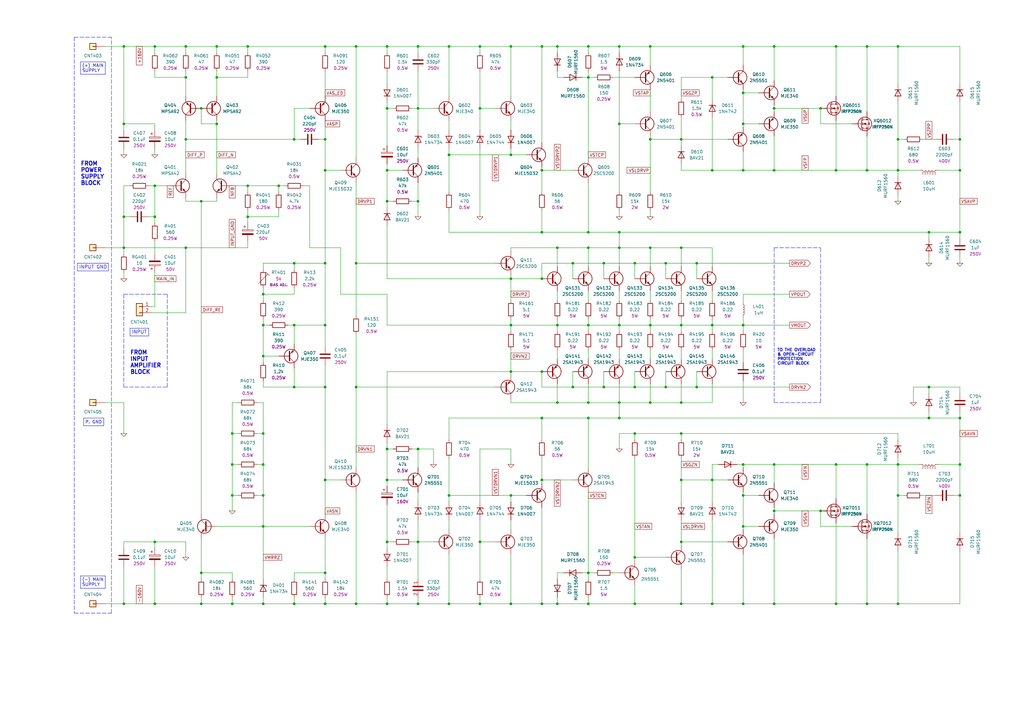
<source format=kicad_sch>
(kicad_sch (version 20211123) (generator eeschema)
  (paper "A3")
  (title_block (title "2600 WATTS RMS CLASS-TD\\nAUDIO POWER AMPLIFIER\\nFOR 4-OHMS LOUDSPEAKER") (date "2022-10-02") (company "BSD POWER AMP"))
  (junction (at 234.95 107.95))
  (junction (at 241.3 165.1))
  (junction (at 50.8 88.9))
  (junction (at 222.25 19.05))
  (junction (at 171.45 82.55))
  (junction (at 317.5 44.45))
  (junction (at 76.2 101.6))
  (junction (at 247.65 107.95))
  (junction (at 285.75 107.95))
  (junction (at 254 165.1))
  (junction (at 88.9 50.8))
  (junction (at 304.8 133.35))
  (junction (at 241.3 247.65))
  (junction (at 260.35 177.8))
  (junction (at 50.8 101.6))
  (junction (at 196.85 19.05))
  (junction (at 273.05 107.95))
  (junction (at 82.55 234.95))
  (junction (at 342.9 69.85))
  (junction (at 120.65 133.35))
  (junction (at 304.8 203.2))
  (junction (at 50.8 247.65))
  (junction (at 393.7 203.2))
  (junction (at 266.7 19.05))
  (junction (at 107.95 247.65))
  (junction (at 342.9 190.5))
  (junction (at 76.2 19.05))
  (junction (at 158.75 184.15))
  (junction (at 101.6 76.2))
  (junction (at 355.6 69.85))
  (junction (at 184.15 247.65))
  (junction (at 279.4 101.6))
  (junction (at 222.25 196.85))
  (junction (at 292.1 196.85))
  (junction (at 355.6 19.05))
  (junction (at 342.9 19.05))
  (junction (at 50.8 50.8))
  (junction (at 107.95 203.2))
  (junction (at 393.7 69.85))
  (junction (at 241.3 101.6))
  (junction (at 107.95 177.8))
  (junction (at 222.25 69.85))
  (junction (at 171.45 19.05))
  (junction (at 368.3 69.85))
  (junction (at 266.7 101.6))
  (junction (at 368.3 247.65))
  (junction (at 228.6 101.6))
  (junction (at 342.9 247.65))
  (junction (at 393.7 171.45))
  (junction (at 95.25 177.8))
  (junction (at 222.25 152.4))
  (junction (at 368.3 203.2))
  (junction (at 273.05 158.75))
  (junction (at 209.55 203.2))
  (junction (at 241.3 19.05))
  (junction (at 196.85 222.25))
  (junction (at 317.5 209.55))
  (junction (at 228.6 19.05))
  (junction (at 279.4 196.85))
  (junction (at 260.35 247.65))
  (junction (at 241.3 133.35))
  (junction (at 304.8 215.9))
  (junction (at 133.35 196.85))
  (junction (at 304.8 19.05))
  (junction (at 279.4 247.65))
  (junction (at 209.55 19.05))
  (junction (at 158.75 247.65))
  (junction (at 292.1 247.65))
  (junction (at 254 171.45))
  (junction (at 228.6 247.65))
  (junction (at 393.7 95.25))
  (junction (at 63.5 222.25))
  (junction (at 133.35 247.65))
  (junction (at 260.35 158.75))
  (junction (at 260.35 228.6))
  (junction (at 146.05 107.95))
  (junction (at 355.6 190.5))
  (junction (at 228.6 165.1))
  (junction (at 63.5 19.05))
  (junction (at 196.85 247.65))
  (junction (at 107.95 120.65))
  (junction (at 95.25 247.65))
  (junction (at 254 101.6))
  (junction (at 304.8 190.5))
  (junction (at 120.65 57.15))
  (junction (at 393.7 57.15))
  (junction (at 222.25 247.65))
  (junction (at 254 50.8))
  (junction (at 279.4 57.15))
  (junction (at 222.25 171.45))
  (junction (at 254 95.25))
  (junction (at 133.35 107.95))
  (junction (at 279.4 165.1))
  (junction (at 317.5 247.65))
  (junction (at 304.8 69.85))
  (junction (at 107.95 190.5))
  (junction (at 133.35 234.95))
  (junction (at 76.2 31.75))
  (junction (at 254 133.35))
  (junction (at 266.7 133.35))
  (junction (at 88.9 31.75))
  (junction (at 222.25 95.25))
  (junction (at 381 158.75))
  (junction (at 292.1 133.35))
  (junction (at 317.5 190.5))
  (junction (at 222.25 114.3))
  (junction (at 279.4 177.8))
  (junction (at 241.3 171.45))
  (junction (at 95.25 203.2))
  (junction (at 279.4 222.25))
  (junction (at 95.25 190.5))
  (junction (at 279.4 133.35))
  (junction (at 158.75 44.45))
  (junction (at 158.75 222.25))
  (junction (at 114.3 76.2))
  (junction (at 171.45 44.45))
  (junction (at 355.6 247.65))
  (junction (at 146.05 247.65))
  (junction (at 368.3 190.5))
  (junction (at 247.65 158.75))
  (junction (at 368.3 19.05))
  (junction (at 146.05 158.75))
  (junction (at 184.15 63.5))
  (junction (at 254 19.05))
  (junction (at 158.75 196.85))
  (junction (at 209.55 63.5))
  (junction (at 234.95 158.75))
  (junction (at 336.55 209.55))
  (junction (at 241.3 234.95))
  (junction (at 304.8 247.65))
  (junction (at 88.9 19.05))
  (junction (at 63.5 76.2))
  (junction (at 184.15 203.2))
  (junction (at 133.35 69.85))
  (junction (at 209.55 152.4))
  (junction (at 120.65 107.95))
  (junction (at 133.35 57.15))
  (junction (at 241.3 31.75))
  (junction (at 120.65 158.75))
  (junction (at 107.95 133.35))
  (junction (at 120.65 247.65))
  (junction (at 317.5 19.05))
  (junction (at 133.35 133.35))
  (junction (at 171.45 184.15))
  (junction (at 82.55 82.55))
  (junction (at 393.7 190.5))
  (junction (at 133.35 158.75))
  (junction (at 107.95 146.05))
  (junction (at 209.55 247.65))
  (junction (at 368.3 57.15))
  (junction (at 266.7 57.15))
  (junction (at 146.05 19.05))
  (junction (at 184.15 19.05))
  (junction (at 158.75 69.85))
  (junction (at 196.85 44.45))
  (junction (at 101.6 88.9))
  (junction (at 101.6 19.05))
  (junction (at 317.5 69.85))
  (junction (at 76.2 57.15))
  (junction (at 63.5 247.65))
  (junction (at 171.45 247.65))
  (junction (at 285.75 158.75))
  (junction (at 292.1 31.75))
  (junction (at 241.3 95.25))
  (junction (at 381 171.45))
  (junction (at 158.75 82.55))
  (junction (at 107.95 215.9))
  (junction (at 82.55 247.65))
  (junction (at 292.1 69.85))
  (junction (at 260.35 107.95))
  (junction (at 171.45 222.25))
  (junction (at 304.8 50.8))
  (junction (at 228.6 133.35))
  (junction (at 63.5 88.9))
  (junction (at 133.35 19.05))
  (junction (at 336.55 44.45))
  (junction (at 209.55 133.35))
  (junction (at 209.55 114.3))
  (junction (at 158.75 19.05))
  (junction (at 82.55 44.45))
  (junction (at 50.8 19.05))
  (junction (at 381 95.25))
  (junction (at 266.7 165.1))
  (junction (at 304.8 38.1))
  (wire (pts (xy 254 133.35) (xy 254 135.89)))
  (wire (pts (xy 95.25 190.5) (xy 95.25 177.8)))
  (polyline (pts (xy 317.5 101.6) (xy 317.5 165.1)) (stroke (width 0) (type dash)))
  (wire (pts (xy 95.25 177.8) (xy 95.25 165.1)))
  (wire (pts (xy 241.3 171.45) (xy 241.3 191.77)))
  (wire (pts (xy 355.6 190.5) (xy 368.3 190.5)))
  (wire (pts (xy 209.55 114.3) (xy 209.55 123.19)))
  (wire (pts (xy 254 19.05) (xy 254 21.59)))
  (wire (pts (xy 120.65 107.95) (xy 120.65 110.49)))
  (wire (pts (xy 158.75 41.91) (xy 158.75 44.45)))
  (wire (pts (xy 88.9 50.8) (xy 88.9 71.12)))
  (wire (pts (xy 101.6 29.21) (xy 101.6 31.75)))
  (wire (pts (xy 88.9 31.75) (xy 101.6 31.75)))
  (wire (pts (xy 76.2 31.75) (xy 76.2 39.37)))
  (wire (pts (xy 209.55 190.5) (xy 209.55 184.15)))
  (wire (pts (xy 82.55 220.98) (xy 82.55 234.95)))
  (wire (pts (xy 228.6 119.38) (xy 228.6 123.19)))
  (wire (pts (xy 222.25 158.75) (xy 222.25 152.4)))
  (wire (pts (xy 317.5 55.88) (xy 317.5 69.85)))
  (wire (pts (xy 273.05 107.95) (xy 285.75 107.95)))
  (polyline (pts (xy 44.45 111.125) (xy 44.45 107.95)) (stroke (width 0) (type solid)))
  (wire (pts (xy 279.4 196.85) (xy 292.1 196.85)))
  (polyline (pts (xy 317.5 165.1) (xy 336.55 165.1)) (stroke (width 0) (type dash)))
  (wire (pts (xy 222.25 107.95) (xy 222.25 114.3)))
  (wire (pts (xy 133.35 133.35) (xy 133.35 142.24)))
  (wire (pts (xy 171.45 44.45) (xy 171.45 53.34)))
  (wire (pts (xy 368.3 19.05) (xy 355.6 19.05)))
  (wire (pts (xy 209.55 143.51) (xy 209.55 152.4)))
  (wire (pts (xy 304.8 19.05) (xy 304.8 26.67)))
  (wire (pts (xy 302.26 190.5) (xy 304.8 190.5)))
  (polyline (pts (xy 45.72 251.46) (xy 45.72 15.24)))
  (wire (pts (xy 260.35 187.96) (xy 260.35 228.6)))
  (polyline (pts (xy 34.29 174.625) (xy 42.545 174.625)) (stroke (width 0) (type solid)))
  (wire (pts (xy 279.4 57.15) (xy 298.45 57.15)))
  (wire (pts (xy 107.95 165.1) (xy 107.95 177.8)))
  (wire (pts (xy 241.3 130.81) (xy 241.3 133.35)))
  (wire (pts (xy 76.2 57.15) (xy 76.2 71.12)))
  (wire (pts (xy 279.4 133.35) (xy 279.4 135.89)))
  (polyline (pts (xy 33.02 241.3) (xy 43.18 241.3)) (stroke (width 0) (type solid)))
  (wire (pts (xy 304.8 215.9) (xy 304.8 217.17)))
  (wire (pts (xy 184.15 49.53) (xy 184.15 53.34)))
  (wire (pts (xy 63.5 99.06) (xy 63.5 104.14)))
  (wire (pts (xy 391.16 57.15) (xy 393.7 57.15)))
  (wire (pts (xy 63.5 76.2) (xy 63.5 88.9)))
  (wire (pts (xy 107.95 133.35) (xy 110.49 133.35)))
  (wire (pts (xy 105.41 177.8) (xy 107.95 177.8)))
  (wire (pts (xy 209.55 227.33) (xy 209.55 247.65)))
  (wire (pts (xy 209.55 114.3) (xy 222.25 114.3)))
  (wire (pts (xy 317.5 209.55) (xy 317.5 210.82)))
  (wire (pts (xy 292.1 196.85) (xy 292.1 205.74)))
  (wire (pts (xy 247.65 107.95) (xy 247.65 114.3)))
  (wire (pts (xy 304.8 50.8) (xy 304.8 52.07)))
  (wire (pts (xy 381 105.41) (xy 381 107.95)))
  (wire (pts (xy 184.15 63.5) (xy 184.15 78.74)))
  (wire (pts (xy 292.1 133.35) (xy 304.8 133.35)))
  (wire (pts (xy 107.95 146.05) (xy 114.3 146.05)))
  (wire (pts (xy 260.35 158.75) (xy 273.05 158.75)))
  (wire (pts (xy 50.8 111.76) (xy 50.8 114.3)))
  (wire (pts (xy 133.35 69.85) (xy 139.7 69.85)))
  (wire (pts (xy 158.75 29.21) (xy 158.75 34.29)))
  (wire (pts (xy 209.55 247.65) (xy 222.25 247.65)))
  (wire (pts (xy 76.2 228.6) (xy 76.2 222.25)))
  (wire (pts (xy 304.8 62.23) (xy 304.8 69.85)))
  (wire (pts (xy 209.55 203.2) (xy 215.9 203.2)))
  (wire (pts (xy 279.4 69.85) (xy 279.4 67.31)))
  (wire (pts (xy 368.3 80.01) (xy 368.3 82.55)))
  (wire (pts (xy 370.84 57.15) (xy 368.3 57.15)))
  (polyline (pts (xy 33.02 236.22) (xy 43.18 236.22)) (stroke (width 0) (type solid)))
  (wire (pts (xy 146.05 201.93) (xy 146.05 247.65)))
  (wire (pts (xy 107.95 120.65) (xy 107.95 123.19)))
  (wire (pts (xy 88.9 81.28) (xy 88.9 82.55)))
  (wire (pts (xy 158.75 69.85) (xy 158.75 82.55)))
  (wire (pts (xy 196.85 222.25) (xy 196.85 237.49)))
  (wire (pts (xy 292.1 190.5) (xy 292.1 196.85)))
  (wire (pts (xy 304.8 120.65) (xy 323.85 120.65)))
  (wire (pts (xy 241.3 101.6) (xy 241.3 109.22)))
  (wire (pts (xy 384.81 69.85) (xy 393.7 69.85)))
  (wire (pts (xy 292.1 69.85) (xy 304.8 69.85)))
  (wire (pts (xy 158.75 247.65) (xy 171.45 247.65)))
  (wire (pts (xy 105.41 203.2) (xy 107.95 203.2)))
  (wire (pts (xy 60.96 88.9) (xy 63.5 88.9)))
  (wire (pts (xy 292.1 48.26) (xy 292.1 69.85)))
  (wire (pts (xy 304.8 129.54) (xy 304.8 133.35)))
  (wire (pts (xy 393.7 95.25) (xy 393.7 97.79)))
  (wire (pts (xy 196.85 44.45) (xy 196.85 53.34)))
  (wire (pts (xy 317.5 43.18) (xy 317.5 44.45)))
  (wire (pts (xy 254 50.8) (xy 254 78.74)))
  (wire (pts (xy 133.35 234.95) (xy 133.35 237.49)))
  (wire (pts (xy 88.9 49.53) (xy 88.9 50.8)))
  (wire (pts (xy 184.15 95.25) (xy 222.25 95.25)))
  (wire (pts (xy 279.4 177.8) (xy 279.4 180.34)))
  (wire (pts (xy 317.5 209.55) (xy 336.55 209.55)))
  (wire (pts (xy 260.35 107.95) (xy 273.05 107.95)))
  (wire (pts (xy 184.15 180.34) (xy 184.15 171.45)))
  (wire (pts (xy 158.75 44.45) (xy 158.75 59.69)))
  (wire (pts (xy 101.6 99.06) (xy 101.6 101.6)))
  (polyline (pts (xy 50.8 158.75) (xy 68.58 158.75)))
  (wire (pts (xy 266.7 19.05) (xy 266.7 26.67)))
  (wire (pts (xy 368.3 19.05) (xy 368.3 34.29)))
  (wire (pts (xy 95.25 245.11) (xy 95.25 247.65)))
  (wire (pts (xy 107.95 247.65) (xy 120.65 247.65)))
  (wire (pts (xy 196.85 213.36) (xy 196.85 222.25)))
  (wire (pts (xy 88.9 29.21) (xy 88.9 31.75)))
  (wire (pts (xy 63.5 222.25) (xy 63.5 224.79)))
  (wire (pts (xy 292.1 119.38) (xy 292.1 123.19)))
  (wire (pts (xy 120.65 118.11) (xy 120.65 120.65)))
  (wire (pts (xy 292.1 143.51) (xy 292.1 147.32)))
  (wire (pts (xy 381 158.75) (xy 381 161.29)))
  (polyline (pts (xy 42.545 174.625) (xy 42.545 171.45)) (stroke (width 0) (type solid)))
  (wire (pts (xy 368.3 203.2) (xy 368.3 218.44)))
  (wire (pts (xy 101.6 19.05) (xy 101.6 21.59)))
  (wire (pts (xy 184.15 86.36) (xy 184.15 95.25)))
  (wire (pts (xy 285.75 158.75) (xy 285.75 152.4)))
  (wire (pts (xy 63.5 247.65) (xy 82.55 247.65)))
  (wire (pts (xy 209.55 113.03) (xy 209.55 114.3)))
  (wire (pts (xy 171.45 213.36) (xy 171.45 222.25)))
  (polyline (pts (xy 53.34 137.795) (xy 60.96 137.795)) (stroke (width 0) (type solid)))
  (wire (pts (xy 50.8 88.9) (xy 53.34 88.9)))
  (wire (pts (xy 158.75 82.55) (xy 158.75 85.09)))
  (wire (pts (xy 139.7 101.6) (xy 139.7 120.65)))
  (wire (pts (xy 273.05 158.75) (xy 273.05 152.4)))
  (wire (pts (xy 304.8 36.83) (xy 304.8 38.1)))
  (wire (pts (xy 279.4 48.26) (xy 279.4 57.15)))
  (wire (pts (xy 279.4 213.36) (xy 279.4 222.25)))
  (wire (pts (xy 241.3 95.25) (xy 254 95.25)))
  (wire (pts (xy 336.55 215.9) (xy 336.55 209.55)))
  (wire (pts (xy 266.7 133.35) (xy 254 133.35)))
  (wire (pts (xy 158.75 44.45) (xy 161.29 44.45)))
  (wire (pts (xy 342.9 49.53) (xy 342.9 69.85)))
  (wire (pts (xy 304.8 215.9) (xy 311.15 215.9)))
  (wire (pts (xy 95.25 203.2) (xy 95.25 209.55)))
  (wire (pts (xy 254 157.48) (xy 254 165.1)))
  (wire (pts (xy 368.3 177.8) (xy 368.3 180.34)))
  (wire (pts (xy 184.15 19.05) (xy 196.85 19.05)))
  (wire (pts (xy 238.76 31.75) (xy 241.3 31.75)))
  (wire (pts (xy 355.6 55.88) (xy 355.6 69.85)))
  (polyline (pts (xy 317.5 101.6) (xy 336.55 101.6)) (stroke (width 0) (type dash)))
  (wire (pts (xy 304.8 156.21) (xy 304.8 165.1)))
  (wire (pts (xy 196.85 29.21) (xy 196.85 44.45)))
  (wire (pts (xy 228.6 165.1) (xy 241.3 165.1)))
  (wire (pts (xy 241.3 143.51) (xy 241.3 147.32)))
  (wire (pts (xy 241.3 74.93) (xy 241.3 95.25)))
  (wire (pts (xy 368.3 69.85) (xy 377.19 69.85)))
  (wire (pts (xy 317.5 19.05) (xy 317.5 33.02)))
  (wire (pts (xy 168.91 82.55) (xy 171.45 82.55)))
  (wire (pts (xy 114.3 88.9) (xy 101.6 88.9)))
  (wire (pts (xy 266.7 130.81) (xy 266.7 133.35)))
  (polyline (pts (xy 33.02 25.4) (xy 33.02 30.48)) (stroke (width 0) (type solid)))
  (wire (pts (xy 304.8 203.2) (xy 304.8 215.9)))
  (wire (pts (xy 292.1 101.6) (xy 292.1 109.22)))
  (wire (pts (xy 247.65 107.95) (xy 260.35 107.95)))
  (wire (pts (xy 209.55 130.81) (xy 209.55 133.35)))
  (wire (pts (xy 209.55 133.35) (xy 209.55 135.89)))
  (wire (pts (xy 133.35 196.85) (xy 133.35 210.82)))
  (wire (pts (xy 317.5 208.28) (xy 317.5 209.55)))
  (wire (pts (xy 88.9 31.75) (xy 88.9 39.37)))
  (wire (pts (xy 298.45 31.75) (xy 292.1 31.75)))
  (wire (pts (xy 209.55 213.36) (xy 209.55 217.17)))
  (wire (pts (xy 209.55 60.96) (xy 209.55 63.5)))
  (wire (pts (xy 114.3 86.36) (xy 114.3 88.9)))
  (wire (pts (xy 209.55 152.4) (xy 222.25 152.4)))
  (wire (pts (xy 158.75 114.3) (xy 209.55 114.3)))
  (wire (pts (xy 158.75 173.99) (xy 158.75 152.4)))
  (wire (pts (xy 82.55 50.8) (xy 88.9 50.8)))
  (wire (pts (xy 393.7 247.65) (xy 368.3 247.65)))
  (wire (pts (xy 279.4 59.69) (xy 279.4 57.15)))
  (wire (pts (xy 107.95 146.05) (xy 107.95 148.59)))
  (wire (pts (xy 120.65 247.65) (xy 133.35 247.65)))
  (wire (pts (xy 171.45 222.25) (xy 177.8 222.25)))
  (wire (pts (xy 50.8 76.2) (xy 50.8 88.9)))
  (wire (pts (xy 393.7 69.85) (xy 393.7 95.25)))
  (wire (pts (xy 279.4 101.6) (xy 279.4 109.22)))
  (wire (pts (xy 76.2 57.15) (xy 120.65 57.15)))
  (wire (pts (xy 260.35 247.65) (xy 279.4 247.65)))
  (wire (pts (xy 241.3 19.05) (xy 241.3 21.59)))
  (wire (pts (xy 63.5 76.2) (xy 69.85 76.2)))
  (wire (pts (xy 209.55 184.15) (xy 196.85 184.15)))
  (wire (pts (xy 139.7 120.65) (xy 158.75 120.65)))
  (wire (pts (xy 146.05 158.75) (xy 146.05 191.77)))
  (wire (pts (xy 158.75 181.61) (xy 158.75 184.15)))
  (wire (pts (xy 62.23 125.73) (xy 63.5 125.73)))
  (wire (pts (xy 393.7 203.2) (xy 393.7 218.44)))
  (wire (pts (xy 393.7 226.06) (xy 393.7 247.65)))
  (wire (pts (xy 53.34 76.2) (xy 50.8 76.2)))
  (wire (pts (xy 391.16 203.2) (xy 393.7 203.2)))
  (wire (pts (xy 76.2 29.21) (xy 76.2 31.75)))
  (wire (pts (xy 370.84 203.2) (xy 368.3 203.2)))
  (wire (pts (xy 107.95 156.21) (xy 107.95 158.75)))
  (wire (pts (xy 171.45 184.15) (xy 171.45 191.77)))
  (wire (pts (xy 50.8 222.25) (xy 63.5 222.25)))
  (polyline (pts (xy 30.48 15.24) (xy 30.48 251.46)))
  (polyline (pts (xy 43.18 30.48) (xy 43.18 25.4)) (stroke (width 0) (type solid)))
  (wire (pts (xy 254 19.05) (xy 266.7 19.05)))
  (wire (pts (xy 222.25 158.75) (xy 234.95 158.75)))
  (polyline (pts (xy 50.8 120.65) (xy 68.58 120.65)))
  (wire (pts (xy 171.45 201.93) (xy 171.45 205.74)))
  (wire (pts (xy 50.8 247.65) (xy 63.5 247.65)))
  (wire (pts (xy 228.6 143.51) (xy 228.6 147.32)))
  (wire (pts (xy 168.91 184.15) (xy 171.45 184.15)))
  (wire (pts (xy 76.2 19.05) (xy 76.2 21.59)))
  (wire (pts (xy 184.15 203.2) (xy 184.15 205.74)))
  (wire (pts (xy 228.6 234.95) (xy 228.6 237.49)))
  (wire (pts (xy 349.25 215.9) (xy 336.55 215.9)))
  (wire (pts (xy 254 165.1) (xy 254 171.45)))
  (wire (pts (xy 254 95.25) (xy 381 95.25)))
  (wire (pts (xy 133.35 158.75) (xy 133.35 196.85)))
  (wire (pts (xy 279.4 187.96) (xy 279.4 196.85)))
  (wire (pts (xy 279.4 222.25) (xy 298.45 222.25)))
  (polyline (pts (xy 33.02 236.22) (xy 33.02 241.3)) (stroke (width 0) (type solid)))
  (wire (pts (xy 304.8 120.65) (xy 304.8 124.46)))
  (wire (pts (xy 342.9 214.63) (xy 342.9 247.65)))
  (wire (pts (xy 76.2 81.28) (xy 76.2 82.55)))
  (wire (pts (xy 254 29.21) (xy 254 50.8)))
  (wire (pts (xy 292.1 130.81) (xy 292.1 133.35)))
  (wire (pts (xy 241.3 29.21) (xy 241.3 31.75)))
  (wire (pts (xy 76.2 222.25) (xy 63.5 222.25)))
  (wire (pts (xy 292.1 213.36) (xy 292.1 247.65)))
  (wire (pts (xy 304.8 69.85) (xy 317.5 69.85)))
  (wire (pts (xy 114.3 76.2) (xy 116.84 76.2)))
  (wire (pts (xy 254 143.51) (xy 254 147.32)))
  (wire (pts (xy 184.15 171.45) (xy 222.25 171.45)))
  (polyline (pts (xy 30.48 15.24) (xy 45.72 15.24)))
  (wire (pts (xy 304.8 133.35) (xy 323.85 133.35)))
  (wire (pts (xy 209.55 19.05) (xy 222.25 19.05)))
  (wire (pts (xy 82.55 82.55) (xy 88.9 82.55)))
  (polyline (pts (xy 33.02 25.4) (xy 43.18 25.4)) (stroke (width 0) (type solid)))
  (wire (pts (xy 266.7 143.51) (xy 266.7 147.32)))
  (wire (pts (xy 107.95 215.9) (xy 107.95 237.49)))
  (wire (pts (xy 158.75 184.15) (xy 158.75 196.85)))
  (wire (pts (xy 238.76 234.95) (xy 241.3 234.95)))
  (wire (pts (xy 254 130.81) (xy 254 133.35)))
  (wire (pts (xy 241.3 234.95) (xy 243.84 234.95)))
  (wire (pts (xy 101.6 88.9) (xy 101.6 91.44)))
  (wire (pts (xy 317.5 190.5) (xy 342.9 190.5)))
  (wire (pts (xy 133.35 220.98) (xy 133.35 234.95)))
  (wire (pts (xy 393.7 105.41) (xy 393.7 107.95)))
  (wire (pts (xy 95.25 203.2) (xy 95.25 190.5)))
  (wire (pts (xy 292.1 31.75) (xy 292.1 40.64)))
  (wire (pts (xy 158.75 19.05) (xy 158.75 21.59)))
  (wire (pts (xy 241.3 31.75) (xy 241.3 64.77)))
  (wire (pts (xy 304.8 38.1) (xy 304.8 50.8)))
  (wire (pts (xy 171.45 222.25) (xy 171.45 237.49)))
  (wire (pts (xy 196.85 222.25) (xy 203.2 222.25)))
  (wire (pts (xy 254 101.6) (xy 254 109.22)))
  (wire (pts (xy 171.45 44.45) (xy 177.8 44.45)))
  (wire (pts (xy 266.7 133.35) (xy 266.7 135.89)))
  (wire (pts (xy 260.35 229.87) (xy 260.35 228.6)))
  (wire (pts (xy 158.75 120.65) (xy 158.75 133.35)))
  (wire (pts (xy 342.9 190.5) (xy 355.6 190.5)))
  (wire (pts (xy 241.3 19.05) (xy 254 19.05)))
  (wire (pts (xy 342.9 19.05) (xy 342.9 39.37)))
  (wire (pts (xy 101.6 86.36) (xy 101.6 88.9)))
  (wire (pts (xy 63.5 19.05) (xy 63.5 21.59)))
  (wire (pts (xy 171.45 245.11) (xy 171.45 247.65)))
  (wire (pts (xy 209.55 49.53) (xy 209.55 53.34)))
  (wire (pts (xy 63.5 88.9) (xy 63.5 91.44)))
  (polyline (pts (xy 53.34 134.62) (xy 60.96 134.62)) (stroke (width 0) (type solid)))
  (wire (pts (xy 107.95 215.9) (xy 127 215.9)))
  (wire (pts (xy 158.75 69.85) (xy 165.1 69.85)))
  (wire (pts (xy 368.3 190.5) (xy 368.3 203.2)))
  (wire (pts (xy 209.55 19.05) (xy 209.55 39.37)))
  (wire (pts (xy 292.1 247.65) (xy 304.8 247.65)))
  (wire (pts (xy 133.35 57.15) (xy 133.35 69.85)))
  (wire (pts (xy 196.85 245.11) (xy 196.85 247.65)))
  (wire (pts (xy 133.35 69.85) (xy 133.35 107.95)))
  (wire (pts (xy 184.15 63.5) (xy 209.55 63.5)))
  (wire (pts (xy 107.95 110.49) (xy 107.95 107.95)))
  (wire (pts (xy 304.8 191.77) (xy 304.8 190.5)))
  (wire (pts (xy 285.75 158.75) (xy 323.85 158.75)))
  (wire (pts (xy 241.3 157.48) (xy 241.3 165.1)))
  (wire (pts (xy 50.8 88.9) (xy 50.8 101.6)))
  (wire (pts (xy 120.65 158.75) (xy 133.35 158.75)))
  (wire (pts (xy 317.5 190.5) (xy 317.5 198.12)))
  (wire (pts (xy 260.35 177.8) (xy 279.4 177.8)))
  (wire (pts (xy 222.25 69.85) (xy 222.25 78.74)))
  (polyline (pts (xy 34.29 171.45) (xy 42.545 171.45)) (stroke (width 0) (type solid)))
  (wire (pts (xy 196.85 184.15) (xy 196.85 205.74)))
  (wire (pts (xy 393.7 41.91) (xy 393.7 57.15)))
  (wire (pts (xy 222.25 19.05) (xy 228.6 19.05)))
  (wire (pts (xy 279.4 130.81) (xy 279.4 133.35)))
  (wire (pts (xy 279.4 233.68) (xy 279.4 247.65)))
  (wire (pts (xy 241.3 133.35) (xy 228.6 133.35)))
  (wire (pts (xy 101.6 19.05) (xy 133.35 19.05)))
  (wire (pts (xy 60.96 76.2) (xy 63.5 76.2)))
  (wire (pts (xy 82.55 82.55) (xy 82.55 210.82)))
  (wire (pts (xy 196.85 60.96) (xy 196.85 88.9)))
  (wire (pts (xy 146.05 107.95) (xy 146.05 129.54)))
  (wire (pts (xy 177.8 190.5) (xy 177.8 184.15)))
  (wire (pts (xy 292.1 196.85) (xy 298.45 196.85)))
  (wire (pts (xy 133.35 19.05) (xy 133.35 21.59)))
  (wire (pts (xy 158.75 19.05) (xy 171.45 19.05)))
  (wire (pts (xy 158.75 222.25) (xy 161.29 222.25)))
  (wire (pts (xy 184.15 187.96) (xy 184.15 203.2)))
  (wire (pts (xy 304.8 143.51) (xy 304.8 148.59)))
  (wire (pts (xy 231.14 31.75) (xy 228.6 31.75)))
  (wire (pts (xy 260.35 158.75) (xy 260.35 152.4)))
  (wire (pts (xy 266.7 119.38) (xy 266.7 123.19)))
  (wire (pts (xy 228.6 157.48) (xy 228.6 165.1)))
  (wire (pts (xy 254 119.38) (xy 254 123.19)))
  (wire (pts (xy 304.8 50.8) (xy 311.15 50.8)))
  (wire (pts (xy 279.4 247.65) (xy 292.1 247.65)))
  (wire (pts (xy 222.25 171.45) (xy 241.3 171.45)))
  (wire (pts (xy 279.4 119.38) (xy 279.4 123.19)))
  (wire (pts (xy 63.5 111.76) (xy 63.5 125.73)))
  (wire (pts (xy 120.65 151.13) (xy 120.65 158.75)))
  (wire (pts (xy 228.6 247.65) (xy 241.3 247.65)))
  (wire (pts (xy 304.8 227.33) (xy 304.8 247.65)))
  (wire (pts (xy 63.5 31.75) (xy 76.2 31.75)))
  (wire (pts (xy 228.6 130.81) (xy 228.6 133.35)))
  (wire (pts (xy 222.25 68.58) (xy 222.25 69.85)))
  (wire (pts (xy 251.46 234.95) (xy 254 234.95)))
  (wire (pts (xy 294.64 190.5) (xy 292.1 190.5)))
  (polyline (pts (xy 336.55 165.1) (xy 336.55 101.6)) (stroke (width 0) (type dash)))
  (wire (pts (xy 107.95 118.11) (xy 107.95 120.65)))
  (wire (pts (xy 260.35 50.8) (xy 254 50.8)))
  (wire (pts (xy 342.9 247.65) (xy 355.6 247.65)))
  (wire (pts (xy 266.7 36.83) (xy 266.7 45.72)))
  (wire (pts (xy 266.7 133.35) (xy 279.4 133.35)))
  (wire (pts (xy 107.95 133.35) (xy 107.95 146.05)))
  (wire (pts (xy 381 171.45) (xy 393.7 171.45)))
  (wire (pts (xy 228.6 19.05) (xy 228.6 21.59)))
  (wire (pts (xy 171.45 29.21) (xy 171.45 44.45)))
  (wire (pts (xy 50.8 101.6) (xy 50.8 104.14)))
  (polyline (pts (xy 43.18 241.3) (xy 43.18 236.22)) (stroke (width 0) (type solid)))
  (wire (pts (xy 158.75 184.15) (xy 161.29 184.15)))
  (wire (pts (xy 393.7 57.15) (xy 393.7 69.85)))
  (wire (pts (xy 266.7 57.15) (xy 266.7 78.74)))
  (wire (pts (xy 228.6 101.6) (xy 228.6 109.22)))
  (wire (pts (xy 82.55 44.45) (xy 82.55 50.8)))
  (wire (pts (xy 355.6 247.65) (xy 368.3 247.65)))
  (wire (pts (xy 279.4 31.75) (xy 279.4 40.64)))
  (wire (pts (xy 279.4 101.6) (xy 292.1 101.6)))
  (wire (pts (xy 209.55 133.35) (xy 228.6 133.35)))
  (wire (pts (xy 393.7 171.45) (xy 393.7 190.5)))
  (wire (pts (xy 203.2 44.45) (xy 196.85 44.45)))
  (wire (pts (xy 285.75 107.95) (xy 323.85 107.95)))
  (wire (pts (xy 95.25 234.95) (xy 82.55 234.95)))
  (wire (pts (xy 120.65 245.11) (xy 120.65 247.65)))
  (polyline (pts (xy 31.75 107.95) (xy 31.75 111.125)) (stroke (width 0) (type solid)))
  (wire (pts (xy 292.1 133.35) (xy 292.1 135.89)))
  (wire (pts (xy 184.15 19.05) (xy 184.15 39.37)))
  (wire (pts (xy 317.5 247.65) (xy 342.9 247.65)))
  (wire (pts (xy 222.25 69.85) (xy 234.95 69.85)))
  (wire (pts (xy 158.75 196.85) (xy 165.1 196.85)))
  (wire (pts (xy 76.2 101.6) (xy 101.6 101.6)))
  (wire (pts (xy 279.4 69.85) (xy 292.1 69.85)))
  (wire (pts (xy 209.55 101.6) (xy 209.55 102.87)))
  (wire (pts (xy 222.25 196.85) (xy 234.95 196.85)))
  (wire (pts (xy 279.4 196.85) (xy 279.4 205.74)))
  (wire (pts (xy 95.25 177.8) (xy 97.79 177.8)))
  (wire (pts (xy 241.3 247.65) (xy 260.35 247.65)))
  (wire (pts (xy 273.05 158.75) (xy 285.75 158.75)))
  (wire (pts (xy 107.95 107.95) (xy 120.65 107.95)))
  (wire (pts (xy 355.6 19.05) (xy 355.6 45.72)))
  (wire (pts (xy 158.75 207.01) (xy 158.75 222.25)))
  (wire (pts (xy 260.35 177.8) (xy 260.35 180.34)))
  (wire (pts (xy 254 133.35) (xy 241.3 133.35)))
  (wire (pts (xy 209.55 165.1) (xy 228.6 165.1)))
  (wire (pts (xy 101.6 76.2) (xy 101.6 78.74)))
  (wire (pts (xy 254 171.45) (xy 381 171.45)))
  (wire (pts (xy 82.55 245.11) (xy 82.55 247.65)))
  (wire (pts (xy 241.3 171.45) (xy 254 171.45)))
  (wire (pts (xy 368.3 57.15) (xy 368.3 69.85)))
  (wire (pts (xy 355.6 190.5) (xy 355.6 210.82)))
  (wire (pts (xy 254 95.25) (xy 254 101.6)))
  (wire (pts (xy 222.25 247.65) (xy 228.6 247.65)))
  (wire (pts (xy 43.18 101.6) (xy 50.8 101.6)))
  (wire (pts (xy 254 101.6) (xy 241.3 101.6)))
  (wire (pts (xy 311.15 203.2) (xy 304.8 203.2)))
  (wire (pts (xy 88.9 215.9) (xy 107.95 215.9)))
  (wire (pts (xy 95.25 237.49) (xy 95.25 234.95)))
  (wire (pts (xy 241.3 133.35) (xy 241.3 135.89)))
  (polyline (pts (xy 33.02 30.48) (xy 43.18 30.48)) (stroke (width 0) (type solid)))
  (wire (pts (xy 368.3 187.96) (xy 368.3 190.5)))
  (wire (pts (xy 158.75 232.41) (xy 158.75 237.49)))
  (wire (pts (xy 317.5 44.45) (xy 336.55 44.45)))
  (wire (pts (xy 88.9 19.05) (xy 88.9 21.59)))
  (wire (pts (xy 254 184.15) (xy 254 177.8)))
  (wire (pts (xy 107.95 245.11) (xy 107.95 247.65)))
  (wire (pts (xy 266.7 101.6) (xy 266.7 109.22)))
  (wire (pts (xy 76.2 82.55) (xy 82.55 82.55)))
  (wire (pts (xy 107.95 130.81) (xy 107.95 133.35)))
  (wire (pts (xy 304.8 247.65) (xy 317.5 247.65)))
  (wire (pts (xy 158.75 245.11) (xy 158.75 247.65)))
  (wire (pts (xy 368.3 69.85) (xy 368.3 72.39)))
  (wire (pts (xy 63.5 29.21) (xy 63.5 31.75)))
  (wire (pts (xy 63.5 60.96) (xy 63.5 63.5)))
  (wire (pts (xy 378.46 57.15) (xy 383.54 57.15)))
  (wire (pts (xy 342.9 69.85) (xy 355.6 69.85)))
  (wire (pts (xy 133.35 245.11) (xy 133.35 247.65)))
  (wire (pts (xy 184.15 203.2) (xy 209.55 203.2)))
  (wire (pts (xy 234.95 158.75) (xy 247.65 158.75)))
  (wire (pts (xy 158.75 67.31) (xy 158.75 69.85)))
  (wire (pts (xy 107.95 120.65) (xy 120.65 120.65)))
  (wire (pts (xy 184.15 213.36) (xy 184.15 217.17)))
  (wire (pts (xy 127 76.2) (xy 127 101.6)))
  (wire (pts (xy 158.75 133.35) (xy 209.55 133.35)))
  (wire (pts (xy 266.7 165.1) (xy 279.4 165.1)))
  (wire (pts (xy 209.55 101.6) (xy 228.6 101.6)))
  (wire (pts (xy 196.85 19.05) (xy 209.55 19.05)))
  (wire (pts (xy 133.35 107.95) (xy 133.35 133.35)))
  (wire (pts (xy 355.6 69.85) (xy 368.3 69.85)))
  (wire (pts (xy 279.4 157.48) (xy 279.4 165.1)))
  (wire (pts (xy 50.8 50.8) (xy 50.8 53.34)))
  (wire (pts (xy 273.05 107.95) (xy 273.05 114.3)))
  (wire (pts (xy 133.35 29.21) (xy 133.35 39.37)))
  (wire (pts (xy 146.05 107.95) (xy 203.2 107.95)))
  (wire (pts (xy 209.55 63.5) (xy 215.9 63.5)))
  (wire (pts (xy 247.65 158.75) (xy 260.35 158.75)))
  (wire (pts (xy 171.45 74.93) (xy 171.45 82.55)))
  (wire (pts (xy 304.8 38.1) (xy 311.15 38.1)))
  (wire (pts (xy 118.11 133.35) (xy 120.65 133.35)))
  (wire (pts (xy 50.8 19.05) (xy 63.5 19.05)))
  (wire (pts (xy 304.8 19.05) (xy 317.5 19.05)))
  (wire (pts (xy 222.25 187.96) (xy 222.25 196.85)))
  (wire (pts (xy 171.45 247.65) (xy 184.15 247.65)))
  (wire (pts (xy 254 165.1) (xy 241.3 165.1)))
  (wire (pts (xy 120.65 107.95) (xy 133.35 107.95)))
  (wire (pts (xy 76.2 19.05) (xy 88.9 19.05)))
  (wire (pts (xy 82.55 247.65) (xy 95.25 247.65)))
  (wire (pts (xy 378.46 203.2) (xy 383.54 203.2)))
  (wire (pts (xy 393.7 158.75) (xy 393.7 161.29)))
  (wire (pts (xy 304.8 203.2) (xy 304.8 201.93)))
  (wire (pts (xy 43.18 19.05) (xy 50.8 19.05)))
  (wire (pts (xy 241.3 31.75) (xy 243.84 31.75)))
  (wire (pts (xy 95.25 165.1) (xy 97.79 165.1)))
  (wire (pts (xy 120.65 133.35) (xy 133.35 133.35)))
  (wire (pts (xy 43.18 247.65) (xy 50.8 247.65)))
  (wire (pts (xy 107.95 177.8) (xy 107.95 190.5)))
  (wire (pts (xy 254 177.8) (xy 260.35 177.8)))
  (wire (pts (xy 146.05 158.75) (xy 203.2 158.75)))
  (wire (pts (xy 393.7 19.05) (xy 368.3 19.05)))
  (wire (pts (xy 95.25 76.2) (xy 101.6 76.2)))
  (wire (pts (xy 381 158.75) (xy 393.7 158.75)))
  (wire (pts (xy 222.25 95.25) (xy 241.3 95.25)))
  (wire (pts (xy 114.3 76.2) (xy 114.3 78.74)))
  (wire (pts (xy 209.55 152.4) (xy 209.55 153.67)))
  (wire (pts (xy 105.41 165.1) (xy 107.95 165.1)))
  (wire (pts (xy 184.15 247.65) (xy 196.85 247.65)))
  (wire (pts (xy 222.25 86.36) (xy 222.25 95.25)))
  (wire (pts (xy 158.75 196.85) (xy 158.75 199.39)))
  (wire (pts (xy 50.8 60.96) (xy 50.8 63.5)))
  (wire (pts (xy 133.35 158.75) (xy 133.35 149.86)))
  (wire (pts (xy 260.35 240.03) (xy 260.35 247.65)))
  (polyline (pts (xy 68.58 158.75) (xy 68.58 120.65)))
  (wire (pts (xy 95.25 203.2) (xy 97.79 203.2)))
  (wire (pts (xy 146.05 74.93) (xy 146.05 107.95)))
  (wire (pts (xy 171.45 19.05) (xy 171.45 21.59)))
  (polyline (pts (xy 31.75 111.125) (xy 44.45 111.125)) (stroke (width 0) (type solid)))
  (wire (pts (xy 279.4 222.25) (xy 279.4 223.52)))
  (wire (pts (xy 133.35 247.65) (xy 146.05 247.65)))
  (wire (pts (xy 266.7 101.6) (xy 279.4 101.6)))
  (wire (pts (xy 279.4 133.35) (xy 292.1 133.35)))
  (wire (pts (xy 63.5 19.05) (xy 76.2 19.05)))
  (wire (pts (xy 120.65 57.15) (xy 123.19 57.15)))
  (wire (pts (xy 393.7 168.91) (xy 393.7 171.45)))
  (wire (pts (xy 393.7 19.05) (xy 393.7 34.29)))
  (wire (pts (xy 177.8 184.15) (xy 171.45 184.15)))
  (wire (pts (xy 146.05 19.05) (xy 146.05 64.77)))
  (wire (pts (xy 107.95 158.75) (xy 120.65 158.75)))
  (wire (pts (xy 292.1 157.48) (xy 292.1 165.1)))
  (wire (pts (xy 231.14 234.95) (xy 228.6 234.95)))
  (wire (pts (xy 234.95 107.95) (xy 247.65 107.95)))
  (polyline (pts (xy 50.8 120.65) (xy 50.8 158.75)))
  (wire (pts (xy 368.3 190.5) (xy 377.19 190.5)))
  (wire (pts (xy 228.6 245.11) (xy 228.6 247.65)))
  (wire (pts (xy 234.95 107.95) (xy 234.95 114.3)))
  (wire (pts (xy 171.45 60.96) (xy 171.45 64.77)))
  (wire (pts (xy 374.65 158.75) (xy 381 158.75)))
  (wire (pts (xy 120.65 44.45) (xy 127 44.45)))
  (wire (pts (xy 196.85 19.05) (xy 196.85 21.59)))
  (wire (pts (xy 234.95 158.75) (xy 234.95 152.4)))
  (wire (pts (xy 279.4 165.1) (xy 292.1 165.1)))
  (wire (pts (xy 241.3 234.95) (xy 241.3 237.49)))
  (wire (pts (xy 209.55 203.2) (xy 209.55 205.74)))
  (wire (pts (xy 254 86.36) (xy 254 88.9)))
  (wire (pts (xy 158.75 92.71) (xy 158.75 114.3)))
  (wire (pts (xy 76.2 101.6) (xy 50.8 101.6)))
  (wire (pts (xy 50.8 165.1) (xy 50.8 177.8)))
  (wire (pts (xy 241.3 201.93) (xy 241.3 234.95)))
  (wire (pts (xy 222.25 196.85) (xy 222.25 198.12)))
  (wire (pts (xy 317.5 220.98) (xy 317.5 247.65)))
  (wire (pts (xy 222.25 208.28) (xy 222.25 247.65)))
  (wire (pts (xy 63.5 53.34) (xy 63.5 50.8)))
  (wire (pts (xy 266.7 55.88) (xy 266.7 57.15)))
  (wire (pts (xy 381 95.25) (xy 393.7 95.25)))
  (wire (pts (xy 254 165.1) (xy 266.7 165.1)))
  (wire (pts (xy 158.75 152.4) (xy 209.55 152.4)))
  (wire (pts (xy 317.5 44.45) (xy 317.5 45.72)))
  (wire (pts (xy 254 101.6) (xy 266.7 101.6)))
  (polyline (pts (xy 60.96 137.795) (xy 60.96 134.62)) (stroke (width 0) (type solid)))
  (wire (pts (xy 158.75 82.55) (xy 161.29 82.55)))
  (wire (pts (xy 336.55 50.8) (xy 336.55 44.45)))
  (wire (pts (xy 184.15 227.33) (xy 184.15 247.65)))
  (polyline (pts (xy 31.75 107.95) (xy 44.45 107.95)) (stroke (width 0) (type solid)))
  (wire (pts (xy 381 168.91) (xy 381 171.45)))
  (wire (pts (xy 105.41 190.5) (xy 107.95 190.5)))
  (wire (pts (xy 95.25 190.5) (xy 97.79 190.5)))
  (wire (pts (xy 393.7 190.5) (xy 393.7 203.2)))
  (wire (pts (xy 62.23 128.27) (xy 76.2 128.27)))
  (wire (pts (xy 120.65 133.35) (xy 120.65 140.97)))
  (wire (pts (xy 107.95 190.5) (xy 107.95 203.2)))
  (wire (pts (xy 133.35 49.53) (xy 133.35 57.15)))
  (wire (pts (xy 247.65 158.75) (xy 247.65 152.4)))
  (wire (pts (xy 171.45 19.05) (xy 184.15 19.05)))
  (wire (pts (xy 168.91 44.45) (xy 171.45 44.45)))
  (wire (pts (xy 146.05 19.05) (xy 158.75 19.05)))
  (wire (pts (xy 381 95.25) (xy 381 97.79)))
  (wire (pts (xy 209.55 163.83) (xy 209.55 165.1)))
  (wire (pts (xy 317.5 69.85) (xy 342.9 69.85)))
  (wire (pts (xy 133.35 196.85) (xy 139.7 196.85)))
  (wire (pts (xy 241.3 119.38) (xy 241.3 123.19)))
  (polyline (pts (xy 30.48 251.46) (xy 45.72 251.46)))
  (wire (pts (xy 304.8 133.35) (xy 304.8 135.89)))
  (wire (pts (xy 342.9 19.05) (xy 355.6 19.05)))
  (wire (pts (xy 43.18 165.1) (xy 50.8 165.1)))
  (wire (pts (xy 222.25 107.95) (xy 234.95 107.95)))
  (wire (pts (xy 171.45 82.55) (xy 171.45 88.9)))
  (wire (pts (xy 124.46 76.2) (xy 127 76.2)))
  (wire (pts (xy 50.8 232.41) (xy 50.8 247.65)))
  (wire (pts (xy 342.9 190.5) (xy 342.9 204.47)))
  (wire (pts (xy 146.05 247.65) (xy 158.75 247.65)))
  (wire (pts (xy 95.25 247.65) (xy 107.95 247.65)))
  (wire (pts (xy 168.91 222.25) (xy 171.45 222.25)))
  (wire (pts (xy 279.4 143.51) (xy 279.4 147.32)))
  (wire (pts (xy 251.46 31.75) (xy 260.35 31.75)))
  (wire (pts (xy 127 101.6) (xy 139.7 101.6)))
  (wire (pts (xy 63.5 232.41) (xy 63.5 247.65)))
  (wire (pts (xy 266.7 86.36) (xy 266.7 88.9)))
  (wire (pts (xy 374.65 165.1) (xy 374.65 158.75)))
  (wire (pts (xy 368.3 226.06) (xy 368.3 247.65)))
  (wire (pts (xy 120.65 234.95) (xy 133.35 234.95)))
  (wire (pts (xy 120.65 57.15) (xy 120.65 44.45)))
  (wire (pts (xy 133.35 19.05) (xy 146.05 19.05)))
  (wire (pts (xy 228.6 133.35) (xy 228.6 135.89)))
  (wire (pts (xy 279.4 31.75) (xy 292.1 31.75)))
  (wire (pts (xy 285.75 107.95) (xy 285.75 114.3)))
  (wire (pts (xy 82.55 234.95) (xy 82.55 237.49)))
  (wire (pts (xy 317.5 19.05) (xy 342.9 19.05)))
  (wire (pts (xy 336.55 50.8) (xy 349.25 50.8)))
  (wire (pts (xy 355.6 220.98) (xy 355.6 247.65)))
  (wire (pts (xy 266.7 19.05) (xy 304.8 19.05)))
  (wire (pts (xy 50.8 19.05) (xy 50.8 50.8)))
  (wire (pts (xy 228.6 19.05) (xy 241.3 19.05)))
  (wire (pts (xy 384.81 190.5) (xy 393.7 190.5)))
  (wire (pts (xy 146.05 137.16) (xy 146.05 158.75)))
  (wire (pts (xy 88.9 19.05) (xy 101.6 19.05)))
  (wire (pts (xy 107.95 203.2) (xy 107.95 215.9)))
  (wire (pts (xy 130.81 57.15) (xy 133.35 57.15)))
  (polyline (pts (xy 34.29 171.45) (xy 34.29 174.625)) (stroke (width 0) (type solid)))
  (wire (pts (xy 304.8 190.5) (xy 317.5 190.5)))
  (wire (pts (xy 241.3 245.11) (xy 241.3 247.65)))
  (wire (pts (xy 63.5 50.8) (xy 50.8 50.8)))
  (wire (pts (xy 50.8 224.79) (xy 50.8 222.25)))
  (wire (pts (xy 101.6 76.2) (xy 114.3 76.2)))
  (wire (pts (xy 184.15 60.96) (xy 184.15 63.5)))
  (wire (pts (xy 260.35 107.95) (xy 260.35 114.3)))
  (wire (pts (xy 228.6 101.6) (xy 241.3 101.6)))
  (wire (pts (xy 222.25 19.05) (xy 222.25 58.42)))
  (wire (pts (xy 368.3 41.91) (xy 368.3 57.15)))
  (wire (pts (xy 266.7 157.48) (xy 266.7 165.1)))
  (wire (pts (xy 279.4 177.8) (xy 368.3 177.8)))
  (wire (pts (xy 228.6 31.75) (xy 228.6 29.21)))
  (wire (pts (xy 120.65 237.49) (xy 120.65 234.95)))
  (wire (pts (xy 76.2 128.27) (xy 76.2 101.6)))
  (wire (pts (xy 158.75 222.25) (xy 158.75 224.79)))
  (wire (pts (xy 76.2 49.53) (xy 76.2 57.15)))
  (wire (pts (xy 266.7 57.15) (xy 279.4 57.15)))
  (wire (pts (xy 196.85 247.65) (xy 209.55 247.65)))
  (polyline (pts (xy 53.34 134.62) (xy 53.34 137.795)) (stroke (width 0) (type solid)))
  (wire (pts (xy 260.35 228.6) (xy 273.05 228.6)))
  (wire (pts (xy 222.25 171.45) (xy 222.25 180.34)))
  (text "(+) MAIN\nSUPPLY" (at 33.655 29.845 0) (effects (font (size 1.27 1.27)) (justify left bottom)))
  (text "INPUT" (at 53.975 137.16 0) (effects (font (size 1.397 1.397)) (justify left bottom)))
  (text "FROM\nPOWER\nSUPPLY\nBLOCK" (at 33.02 76.2 0) (effects (font (size 1.651 1.651) (thickness 0.3302) bold) (justify left bottom)))
  (text "TO THE OVERLOAD\n& OPEN-CIRCUIT\nPROTECTION\nCIRCUIT BLOCK" (at 318.77 149.86 0) (effects (font (size 1.143 1.143) (thickness 0.2286) bold) (justify left bottom)))
  (text "(-) MAIN\nSUPPLY" (at 33.655 240.665 0) (effects (font (size 1.27 1.27)) (justify left bottom)))
  (text "P. GND" (at 34.925 173.99 0) (effects (font (size 1.27 1.27)) (justify left bottom)))
  (text "INPUT GND" (at 32.385 110.49 0) (effects (font (size 1.397 1.397)) (justify left bottom)))
  (text "FROM\nINPUT\nAMPLIFIER\nBLOCK" (at 53.34 153.67 0) (effects (font (size 1.651 1.651) (thickness 0.3302) bold) (justify left bottom)))
  (global_label "DRVN2" (shape passive) (at 209.55 146.05 0) (property "Intersheet References" "${INTERSHEET_REFS}" (effects hide)))
  (global_label "DIFF_RE" (shape passive) (at 82.55 127 0) (property "Intersheet References" "${INTERSHEET_REFS}" (effects hide)))
  (global_label "DIFF_P" (shape passive) (at 76.2 63.5 0) (property "Intersheet References" "${INTERSHEET_REFS}" (effects hide)))
  (global_label "VPOUT" (shape output) (at 323.85 120.65 0) (property "Intersheet References" "${INTERSHEET_REFS}" (effects hide)))
  (global_label "VSTDRVN1" (shape passive) (at 203.2 203.2 90) (property "Intersheet References" "${INTERSHEET_REFS}" (effects hide)))
  (global_label "VASP" (shape passive) (at 133.35 50.8 0) (property "Intersheet References" "${INTERSHEET_REFS}" (effects hide)))
  (global_label "VSFN" (shape passive) (at 330.2 190.5 270) (property "Intersheet References" "${INTERSHEET_REFS}" (effects hide)))
  (global_label "DRVP1" (shape passive) (at 146.05 82.55 0) (property "Intersheet References" "${INTERSHEET_REFS}" (effects hide)))
  (global_label "NFB" (shape passive) (at 95.25 76.2 270) (property "Intersheet References" "${INTERSHEET_REFS}" (effects hide)))
  (global_label "VSZPN" (shape passive) (at 381 203.2 270) (property "Intersheet References" "${INTERSHEET_REFS}" (effects hide)))
  (global_label "DRVP2" (shape output) (at 323.85 107.95 0) (property "Intersheet References" "${INTERSHEET_REFS}" (effects hide)))
  (global_label "VSAVN" (shape passive) (at 393.7 177.8 0) (property "Intersheet References" "${INTERSHEET_REFS}" (effects hide)))
  (global_label "REF" (shape passive) (at 69.85 76.2 270) (property "Intersheet References" "${INTERSHEET_REFS}" (effects hide)))
  (global_label "VSGN" (shape passive) (at 330.2 209.55 270) (property "Intersheet References" "${INTERSHEET_REFS}" (effects hide)))
  (global_label "-160V" (shape passive) (at 57.15 247.65 90) (property "Intersheet References" "${INTERSHEET_REFS}" (effects hide)))
  (global_label "VSZPP" (shape passive) (at 381 57.15 90) (property "Intersheet References" "${INTERSHEET_REFS}" (effects hide)))
  (global_label "VSFP" (shape passive) (at 330.2 69.85 90) (property "Intersheet References" "${INTERSHEET_REFS}" (effects hide)))
  (global_label "VSLDRVN" (shape passive) (at 279.4 215.9 0) (property "Intersheet References" "${INTERSHEET_REFS}" (effects hide)))
  (global_label "VSTAP" (shape passive) (at 266.7 38.1 180) (property "Intersheet References" "${INTERSHEET_REFS}" (effects hide)))
  (global_label "MAIN_IN" (shape passive) (at 63.5 114.3 0) (property "Intersheet References" "${INTERSHEET_REFS}" (effects hide)))
  (global_label "VSLDRVP" (shape passive) (at 266.7 69.85 180) (property "Intersheet References" "${INTERSHEET_REFS}" (effects hide)))
  (global_label "VSTDRVP2" (shape passive) (at 228.6 69.85 90) (property "Intersheet References" "${INTERSHEET_REFS}" (effects hide)))
  (global_label "VSTCN" (shape passive) (at 241.3 203.2 0) (property "Intersheet References" "${INTERSHEET_REFS}" (effects hide)))
  (global_label "VASN" (shape passive) (at 133.35 209.55 0) (property "Intersheet References" "${INTERSHEET_REFS}" (effects hide)))
  (global_label "VSTAN" (shape passive) (at 260.35 215.9 0) (property "Intersheet References" "${INTERSHEET_REFS}" (effects hide)))
  (global_label "VMRRZ" (shape passive) (at 107.95 228.6 0) (property "Intersheet References" "${INTERSHEET_REFS}" (effects hide)))
  (global_label "DRVP2" (shape passive) (at 209.55 120.65 0) (property "Intersheet References" "${INTERSHEET_REFS}" (effects hide)))
  (global_label "VSTDRVP1" (shape passive) (at 203.2 63.5 270) (property "Intersheet References" "${INTERSHEET_REFS}" (effects hide)))
  (global_label "DRVN2" (shape output) (at 323.85 158.75 0) (property "Intersheet References" "${INTERSHEET_REFS}" (effects hide)))
  (global_label "DRVN1" (shape passive) (at 146.05 184.15 0) (property "Intersheet References" "${INTERSHEET_REFS}" (effects hide)))
  (global_label "VSTCP" (shape passive) (at 241.3 63.5 0) (property "Intersheet References" "${INTERSHEET_REFS}" (effects hide)))
  (global_label "VAS_ED" (shape passive) (at 133.35 38.1 0) (property "Intersheet References" "${INTERSHEET_REFS}" (effects hide)))
  (global_label "+160V" (shape passive) (at 57.15 19.05 270) (property "Intersheet References" "${INTERSHEET_REFS}" (effects hide)))
  (global_label "VSGP" (shape passive) (at 330.2 44.45 270) (property "Intersheet References" "${INTERSHEET_REFS}" (effects hide)))
  (global_label "VSGZN" (shape passive) (at 279.4 190.5 0) (property "Intersheet References" "${INTERSHEET_REFS}" (effects hide)))
  (global_label "VSTDRVN2" (shape passive) (at 228.6 196.85 270) (property "Intersheet References" "${INTERSHEET_REFS}" (effects hide)))
  (global_label "VMOUT" (shape output) (at 323.85 133.35 0) (property "Intersheet References" "${INTERSHEET_REFS}" (effects hide)))
  (global_label "VSGZP" (shape passive) (at 279.4 38.1 0) (property "Intersheet References" "${INTERSHEET_REFS}" (effects hide)))
  (global_label "VSAVP" (shape passive) (at 393.7 82.55 0) (property "Intersheet References" "${INTERSHEET_REFS}" (effects hide)))
  (global_label "INPUT_GND" (shape passive) (at 95.25 101.6 90) (property "Intersheet References" "${INTERSHEET_REFS}" (effects hide)))
  (global_label "DIFF_N" (shape passive) (at 88.9 63.5 0) (property "Intersheet References" "${INTERSHEET_REFS}" (effects hide)))
  (symbol (lib_name "R_37") (lib_id "Device:R") (at 82.55 241.3 0) (unit 1)
    (property "Reference" "R4082" (at 88.9 238.76 0))
    (property "Value" "18k" (at 88.9 241.3 0))
    (property "Footprint" "BSD_POWER_AMP:R_Axial_DIN0207_L6.3mm_D2.5mm_P10.16mm_Horizontal" (effects hide))
    (property "Wattage" "0.25W" (at 88.9 243.84 0))
  )
  (symbol (lib_id "pspice:0") (at 95.25 209.55 0) (unit 1)
    (property "Reference" "#GND0102" (effects hide))
    (property "Value" "0" (effects hide))
  )
  (symbol (lib_id "BSD_POWER_AMP:D_Zener") (at 171.45 57.15 270) (unit 1)
    (property "Reference" "D603" (at 177.8 55.88 90))
    (property "Value" "1N4734" (at 177.8 58.42 90))
    (property "Footprint" "BSD_POWER_AMP:D_T-1_P10.16mm_Zener_Horizontal" (effects hide))
    (property "Spice_Primitive" "D" (effects hide))
    (property "Spice_Netlist_Enabled" "Y" (effects hide))
    (property "Spice_Lib_File" "spice_models/model.lib" (effects hide))
    (property "Spice_Model" "1N4734" (effects hide))
  )
  (symbol (lib_name "R_1") (lib_id "Device:R") (at 209.55 139.7 0) (unit 1)
    (property "Reference" "R4171" (at 215.9 137.16 0))
    (property "Value" "5.1" (at 215.9 139.7 0))
    (property "Footprint" "BSD_POWER_AMP:R_Axial_Shunt_L22.2mm_W9.5mm_PS14.30mm_P25.40mm" (effects hide))
    (property "Wattage" "5W" (at 215.9 142.24 0))
  )
  (symbol (lib_id "Device:R") (at 228.6 127 0) (unit 1)
    (property "Reference" "R4181" (at 234.95 124.46 0))
    (property "Value" "0.22" (at 234.95 127 0))
    (property "Footprint" "BSD_POWER_AMP:R_Axial_Shunt_L22.2mm_W9.5mm_PS14.30mm_P25.40mm" (effects hide))
    (property "Wattage" "5W" (at 234.95 129.54 0))
  )
  (symbol (lib_name "R_43") (lib_id "Device:R") (at 374.65 57.15 90) (unit 1)
    (property "Reference" "R612" (at 374.65 60.96 90))
    (property "Value" "680" (at 374.65 63.5 90))
    (property "Footprint" "BSD_POWER_AMP:R_Axial_DIN0309_L9.0mm_D3.2mm_P12.70mm_Horizontal" (effects hide))
    (property "Wattage" "0.5W" (at 374.65 66.04 90))
  )
  (symbol (lib_name "Conn_01x01_2") (lib_id "Connector_Generic:Conn_01x01") (at 38.1 19.05 0) (mirror y) (unit 1)
    (property "Reference" "CNT403" (at 38.1 22.86 0))
    (property "Value" "Solder_Tab_W6.35mm_P5.08mm" (effects hide))
    (property "Footprint" "BSD_POWER_AMP:Solder_Tab_W6.35mm_P5.08mm" (effects hide))
    (property "Spice_Primitive" "C" (effects hide))
    (property "Spice_Model" "Solder Tab 6.3 mm" (effects hide))
    (property "Spice_Netlist_Enabled" "N" (effects hide))
  )
  (symbol (lib_id "pspice:0") (at 50.8 63.5 0) (unit 1)
    (property "Reference" "#GND0103" (effects hide))
    (property "Value" "0" (effects hide))
  )
  (symbol (lib_name "Q_NPN_CBE_10") (lib_id "BSD_POWER_AMP:Q_NPN_CBE") (at 130.81 215.9 0) (unit 1)
    (property "Reference" "Q408" (at 139.7 214.63 0))
    (property "Value" "MJE340" (at 139.7 217.17 0))
    (property "Footprint" "BSD_POWER_AMP:TO-126-3_Vertical" (effects hide))
    (property "Spice_Primitive" "Q" (effects hide))
    (property "Spice_Model" "MJE340" (effects hide))
    (property "Spice_Netlist_Enabled" "Y" (effects hide))
    (property "Spice_Lib_File" "spice_models/model.lib" (effects hide))
  )
  (symbol (lib_name "R_2") (lib_id "Device:R") (at 209.55 127 0) (unit 1)
    (property "Reference" "R4161" (at 215.9 124.46 0))
    (property "Value" "5.1" (at 215.9 127 0))
    (property "Footprint" "BSD_POWER_AMP:R_Axial_Shunt_L22.2mm_W9.5mm_PS14.30mm_P25.40mm" (effects hide))
    (property "Wattage" "5W" (at 215.9 129.54 0))
  )
  (symbol (lib_id "BSD_POWER_AMP:D") (at 209.55 209.55 90) (unit 1)
    (property "Reference" "D706" (at 215.9 208.28 90))
    (property "Value" "1N4007" (at 215.9 210.82 90))
    (property "Footprint" "BSD_POWER_AMP:D_DO-41_SOD81_P10.16mm_Horizontal" (effects hide))
    (property "Spice_Primitive" "D" (effects hide))
    (property "Spice_Model" "1N4007" (effects hide))
    (property "Spice_Netlist_Enabled" "Y" (effects hide))
    (property "Spice_Lib_File" "spice_models/model.lib" (effects hide))
  )
  (symbol (lib_id "BSD_POWER_AMP:D") (at 279.4 209.55 270) (mirror x) (unit 1)
    (property "Reference" "D709" (at 285.75 208.28 90))
    (property "Value" "BAV21" (at 285.75 210.82 90))
    (property "Footprint" "BSD_POWER_AMP:D_DO-35_SOD27_P10.16mm_Horizontal" (effects hide))
    (property "Spice_Primitive" "D" (effects hide))
    (property "Spice_Model" "BAV21" (effects hide))
    (property "Spice_Netlist_Enabled" "Y" (effects hide))
    (property "Spice_Lib_File" "spice_models/model.lib" (effects hide))
  )
  (symbol (lib_id "BSD_POWER_AMP:D") (at 298.45 190.5 0) (mirror y) (unit 1)
    (property "Reference" "D711" (at 298.45 182.88 0))
    (property "Value" "BAV21" (at 298.45 185.42 0))
    (property "Footprint" "BSD_POWER_AMP:D_DO-35_SOD27_P10.16mm_Horizontal" (effects hide))
    (property "Spice_Primitive" "D" (effects hide))
    (property "Spice_Model" "BAV21" (effects hide))
    (property "Spice_Netlist_Enabled" "Y" (effects hide))
    (property "Spice_Lib_File" "spice_models/model.lib" (effects hide))
  )
  (symbol (lib_id "pspice:0") (at 50.8 177.8 0) (unit 1)
    (property "Reference" "#GND0129" (effects hide))
    (property "Value" "0" (effects hide))
  )
  (symbol (lib_name "Q_PNP_CBE_1") (lib_id "BSD_POWER_AMP:Q_PNP_CBE") (at 238.76 152.4 0) (mirror x) (unit 1)
    (property "Reference" "Q4142" (at 247.65 146.05 0))
    (property "Value" "2SA1943" (at 247.65 148.59 0))
    (property "Footprint" "BSD_POWER_AMP:TO-264-3_Vertical_For_Bottom_Layer" (effects hide))
    (property "Spice_Primitive" "Q" (effects hide))
    (property "Spice_Model" "2SA1943" (effects hide))
    (property "Spice_Netlist_Enabled" "Y" (effects hide))
    (property "Spice_Lib_File" "spice_models/model.lib" (effects hide))
  )
  (symbol (lib_id "Device:R") (at 266.7 139.7 0) (unit 1)
    (property "Reference" "R4194" (at 273.05 137.16 0))
    (property "Value" "0.22" (at 273.05 139.7 0))
    (property "Footprint" "BSD_POWER_AMP:R_Axial_Shunt_L22.2mm_W9.5mm_PS14.30mm_P25.40mm" (effects hide))
    (property "Wattage" "5W" (at 273.05 142.24 0))
  )
  (symbol (lib_name "R_10") (lib_id "Device:R") (at 196.85 25.4 0) (unit 1)
    (property "Reference" "R605" (at 203.2 22.86 0))
    (property "Value" "47k" (at 203.2 25.4 0))
    (property "Footprint" "BSD_POWER_AMP:R_Axial_DIN0309_L9.0mm_D3.2mm_P12.70mm_Horizontal" (effects hide))
    (property "Wattage" "0.5W" (at 203.2 27.94 0))
  )
  (symbol (lib_name "Q_PNP_CBE_9") (lib_id "BSD_POWER_AMP:Q_PNP_CBE") (at 143.51 196.85 0) (mirror x) (unit 1)
    (property "Reference" "Q410" (at 139.7 189.23 0))
    (property "Value" "MJE15033" (at 139.7 191.77 0))
    (property "Footprint" "BSD_POWER_AMP:TO-220-3_Vertical_For_Bottom_Layer" (effects hide))
    (property "Spice_Primitive" "Q" (effects hide))
    (property "Spice_Model" "MJE15033" (effects hide))
    (property "Spice_Netlist_Enabled" "Y" (effects hide))
    (property "Spice_Lib_File" "spice_models/model.lib" (effects hide))
  )
  (symbol (lib_name "R_41") (lib_id "Device:R") (at 120.65 76.2 270) (unit 1)
    (property "Reference" "R4031" (at 120.65 67.31 90))
    (property "Value" "18k" (at 120.65 69.85 90))
    (property "Footprint" "BSD_POWER_AMP:R_Axial_DIN0309_L9.0mm_D3.2mm_P12.70mm_Horizontal" (effects hide))
    (property "Wattage" "0.5W" (at 120.65 72.39 90))
  )
  (symbol (lib_id "pspice:0") (at 374.65 165.1 0) (unit 1)
    (property "Reference" "#GND0112" (effects hide))
    (property "Value" "0" (effects hide))
  )
  (symbol (lib_name "R_38") (lib_id "Device:R") (at 57.15 76.2 90) (mirror x) (unit 1)
    (property "Reference" "R4021" (at 57.15 67.31 90))
    (property "Value" "18k" (at 57.15 69.85 90))
    (property "Footprint" "BSD_POWER_AMP:R_Axial_DIN0207_L6.3mm_D2.5mm_P10.16mm_Horizontal" (effects hide))
    (property "Wattage" "0.25W" (at 57.15 72.39 90))
  )
  (symbol (lib_name "Q_PNP_CBE_22") (lib_id "BSD_POWER_AMP:Q_PNP_CBE") (at 302.26 222.25 0) (mirror x) (unit 1)
    (property "Reference" "Q708" (at 311.15 220.98 0))
    (property "Value" "2N5401" (at 311.15 223.52 0))
    (property "Footprint" "BSD_POWER_AMP:TO-92_Inline_Wide_EBC" (effects hide))
    (property "Spice_Primitive" "Q" (effects hide))
    (property "Spice_Model" "2N5401" (effects hide))
    (property "Spice_Netlist_Enabled" "Y" (effects hide))
    (property "Spice_Lib_File" "spice_models/model.lib" (effects hide))
  )
  (symbol (lib_id "BSD_POWER_AMP:D") (at 184.15 209.55 90) (unit 1)
    (property "Reference" "D704" (at 190.5 208.28 90))
    (property "Value" "1N4007" (at 190.5 210.82 90))
    (property "Footprint" "BSD_POWER_AMP:D_DO-41_SOD81_P10.16mm_Horizontal" (effects hide))
    (property "Spice_Primitive" "D" (effects hide))
    (property "Spice_Model" "1N4007" (effects hide))
    (property "Spice_Netlist_Enabled" "Y" (effects hide))
    (property "Spice_Lib_File" "spice_models/model.lib" (effects hide))
  )
  (symbol (lib_name "R_29") (lib_id "Device:R") (at 146.05 133.35 0) (mirror y) (unit 1)
    (property "Reference" "R4151" (at 152.4 130.81 0))
    (property "Value" "120" (at 152.4 133.35 0))
    (property "Footprint" "BSD_POWER_AMP:R_Axial_DIN0309_L9.0mm_D3.2mm_P12.70mm_Horizontal" (effects hide))
    (property "Wattage" "0.5W" (at 152.4 135.89 0))
  )
  (symbol (lib_name "Q_PNP_CBE_2") (lib_id "BSD_POWER_AMP:Q_PNP_CBE") (at 226.06 152.4 0) (mirror x) (unit 1)
    (property "Reference" "Q4141" (at 234.95 146.05 0))
    (property "Value" "2SA1943" (at 234.95 148.59 0))
    (property "Footprint" "BSD_POWER_AMP:TO-264-3_Vertical_For_Bottom_Layer" (effects hide))
    (property "Spice_Primitive" "Q" (effects hide))
    (property "Spice_Model" "2SA1943" (effects hide))
    (property "Spice_Netlist_Enabled" "Y" (effects hide))
    (property "Spice_Lib_File" "spice_models/model.lib" (effects hide))
  )
  (symbol (lib_id "pspice:0") (at 76.2 228.6 0) (unit 1)
    (property "Reference" "#GND0120" (effects hide))
    (property "Value" "0" (effects hide))
  )
  (symbol (lib_id "BSD_POWER_AMP:D") (at 158.75 177.8 270) (unit 1)
    (property "Reference" "D702" (at 165.1 176.53 90))
    (property "Value" "BAV21" (at 165.1 179.07 90))
    (property "Footprint" "BSD_POWER_AMP:D_DO-35_SOD27_P10.16mm_Horizontal" (effects hide))
    (property "Spice_Primitive" "D" (effects hide))
    (property "Spice_Model" "BAV21" (effects hide))
    (property "Spice_Netlist_Enabled" "Y" (effects hide))
    (property "Spice_Lib_File" "spice_models/model.lib" (effects hide))
  )
  (symbol (lib_id "BSD_POWER_AMP:D") (at 393.7 222.25 90) (mirror x) (unit 1)
    (property "Reference" "D715" (at 398.78 222.25 0))
    (property "Value" "MURF1560" (at 401.32 222.25 0))
    (property "Footprint" "BSD_POWER_AMP:TO-220-2_Vertical_For_Bottom_Layer" (effects hide))
    (property "Spice_Primitive" "D" (effects hide))
    (property "Spice_Model" "MURF1560" (effects hide))
    (property "Spice_Netlist_Enabled" "Y" (effects hide))
    (property "Spice_Lib_File" "spice_models/model.lib" (effects hide))
  )
  (symbol (lib_name "Q_PNP_CBE_20") (lib_id "BSD_POWER_AMP:Q_PNP_CBE") (at 264.16 50.8 0) (mirror x) (unit 1)
    (property "Reference" "Q607" (at 273.05 49.53 0))
    (property "Value" "2N5401" (at 273.05 52.07 0))
    (property "Footprint" "BSD_POWER_AMP:TO-92_Inline_Wide_EBC" (effects hide))
    (property "Spice_Primitive" "Q" (effects hide))
    (property "Spice_Model" "2N5401" (effects hide))
    (property "Spice_Netlist_Enabled" "Y" (effects hide))
    (property "Spice_Lib_File" "spice_models/model.lib" (effects hide))
  )
  (symbol (lib_id "BSD_POWER_AMP:Q_NPN_CBE") (at 73.66 76.2 0) (unit 1)
    (property "Reference" "Q401" (at 69.85 68.58 0))
    (property "Value" "MPSA42" (at 69.85 71.12 0))
    (property "Footprint" "BSD_POWER_AMP:TO-92_Inline_Wide_EBC" (effects hide))
    (property "Spice_Primitive" "Q" (effects hide))
    (property "Spice_Model" "MPSA42" (effects hide))
    (property "Spice_Netlist_Enabled" "Y" (effects hide))
    (property "Spice_Lib_File" "spice_models/model.lib" (effects hide))
  )
  (symbol (lib_name "R_23") (lib_id "Device:R") (at 279.4 184.15 0) (mirror y) (unit 1)
    (property "Reference" "R710" (at 285.75 181.61 0))
    (property "Value" "15k" (at 285.75 184.15 0))
    (property "Footprint" "BSD_POWER_AMP:R_Axial_DIN0516_L15.5mm_D5.0mm_P20.32mm_Horizontal" (effects hide))
    (property "Wattage" "2W" (at 285.75 186.69 0))
  )
  (symbol (lib_id "Device:R") (at 101.6 203.2 90) (unit 1)
    (property "Reference" "R4074" (at 101.6 194.31 90))
    (property "Value" "68k" (at 101.6 196.85 90))
    (property "Footprint" "BSD_POWER_AMP:R_Axial_DIN0309_L9.0mm_D3.2mm_P12.70mm_Horizontal" (effects hide))
    (property "Wattage" "0.5W" (at 101.6 199.39 90))
  )
  (symbol (lib_name "R_12") (lib_id "Device:R") (at 247.65 31.75 270) (mirror x) (unit 1)
    (property "Reference" "R608" (at 247.65 35.56 90))
    (property "Value" "150" (at 247.65 38.1 90))
    (property "Footprint" "BSD_POWER_AMP:R_Axial_DIN0207_L6.3mm_D2.5mm_P10.16mm_Horizontal" (effects hide))
    (property "Wattage" "0.25W" (at 247.65 40.64 90))
  )
  (symbol (lib_id "BSD_POWER_AMP:D") (at 184.15 57.15 90) (unit 1)
    (property "Reference" "D604" (at 190.5 55.88 90))
    (property "Value" "1N4007" (at 190.5 58.42 90))
    (property "Footprint" "BSD_POWER_AMP:D_DO-41_SOD81_P10.16mm_Horizontal" (effects hide))
    (property "Spice_Primitive" "D" (effects hide))
    (property "Spice_Model" "1N4007" (effects hide))
    (property "Spice_Netlist_Enabled" "Y" (effects hide))
    (property "Spice_Lib_File" "spice_models/model.lib" (effects hide))
  )
  (symbol (lib_id "BSD_POWER_AMP:D") (at 368.3 76.2 90) (mirror x) (unit 1)
    (property "Reference" "D612" (at 360.68 76.2 0))
    (property "Value" "MURF1560" (at 363.22 76.2 0))
    (property "Footprint" "BSD_POWER_AMP:TO-220-2_Vertical_For_Bottom_Layer" (effects hide))
    (property "Spice_Primitive" "D" (effects hide))
    (property "Spice_Model" "MURF1560" (effects hide))
    (property "Spice_Netlist_Enabled" "Y" (effects hide))
    (property "Spice_Lib_File" "spice_models/model.lib" (effects hide))
  )
  (symbol (lib_id "Device:R") (at 254 127 0) (unit 1)
    (property "Reference" "R4183" (at 260.35 124.46 0))
    (property "Value" "0.22" (at 260.35 127 0))
    (property "Footprint" "BSD_POWER_AMP:R_Axial_Shunt_L22.2mm_W9.5mm_PS14.30mm_P25.40mm" (effects hide))
    (property "Wattage" "5W" (at 260.35 129.54 0))
  )
  (symbol (lib_name "R_16") (lib_id "Device:R") (at 279.4 44.45 0) (mirror x) (unit 1)
    (property "Reference" "R611" (at 285.75 41.91 0))
    (property "Value" "1.5k" (at 285.75 44.45 0))
    (property "Footprint" "BSD_POWER_AMP:R_Axial_DIN0309_L9.0mm_D3.2mm_P12.70mm_Horizontal" (effects hide))
    (property "Wattage" "0.5W" (at 285.75 46.99 0))
  )
  (symbol (lib_id "pspice:0") (at 63.5 63.5 0) (unit 1)
    (property "Reference" "#GND0101" (effects hide))
    (property "Value" "0" (effects hide))
  )
  (symbol (lib_id "Device:R") (at 101.6 190.5 90) (unit 1)
    (property "Reference" "R4073" (at 101.6 181.61 90))
    (property "Value" "68k" (at 101.6 184.15 90))
    (property "Footprint" "BSD_POWER_AMP:R_Axial_DIN0309_L9.0mm_D3.2mm_P12.70mm_Horizontal" (effects hide))
    (property "Wattage" "0.5W" (at 101.6 186.69 90))
  )
  (symbol (lib_name "R_45") (lib_id "Device:R") (at 304.8 139.7 0) (unit 1)
    (property "Reference" "R420" (at 311.15 137.16 0))
    (property "Value" "10" (at 311.15 139.7 0))
    (property "Footprint" "BSD_POWER_AMP:R_Axial_Shunt_L22.2mm_W9.5mm_PS14.30mm_P25.40mm" (effects hide))
    (property "Wattage" "5W" (at 311.15 142.24 0))
  )
  (symbol (lib_name "Q_PNP_CBE_12") (lib_id "BSD_POWER_AMP:Q_PNP_CBE") (at 251.46 152.4 0) (mirror x) (unit 1)
    (property "Reference" "Q4143" (at 260.35 146.05 0))
    (property "Value" "2SA1943" (at 260.35 148.59 0))
    (property "Footprint" "BSD_POWER_AMP:TO-264-3_Vertical_For_Bottom_Layer" (effects hide))
    (property "Spice_Primitive" "Q" (effects hide))
    (property "Spice_Model" "2SA1943" (effects hide))
    (property "Spice_Netlist_Enabled" "Y" (effects hide))
    (property "Spice_Lib_File" "spice_models/model.lib" (effects hide))
  )
  (symbol (lib_id "pspice:0") (at 209.55 190.5 0) (unit 1)
    (property "Reference" "#GND0124" (effects hide))
    (property "Value" "0" (effects hide))
  )
  (symbol (lib_id "BSD_POWER_AMP:D") (at 279.4 63.5 270) (unit 1)
    (property "Reference" "D610" (at 285.75 62.23 90))
    (property "Value" "BAV21" (at 285.75 64.77 90))
    (property "Footprint" "BSD_POWER_AMP:D_DO-35_SOD27_P10.16mm_Horizontal" (effects hide))
    (property "Spice_Primitive" "D" (effects hide))
    (property "Spice_Model" "BAV21" (effects hide))
    (property "Spice_Netlist_Enabled" "Y" (effects hide))
    (property "Spice_Lib_File" "spice_models/model.lib" (effects hide))
  )
  (symbol (lib_name "Q_NPN_CBE_12") (lib_id "BSD_POWER_AMP:Q_NPN_CBE") (at 85.09 215.9 0) (mirror y) (unit 1)
    (property "Reference" "Q405" (at 76.2 214.63 0))
    (property "Value" "MJE340" (at 76.2 217.17 0))
    (property "Footprint" "BSD_POWER_AMP:TO-126-3_Vertical" (effects hide))
    (property "Spice_Primitive" "Q" (effects hide))
    (property "Spice_Model" "MJE340" (effects hide))
    (property "Spice_Netlist_Enabled" "Y" (effects hide))
    (property "Spice_Lib_File" "spice_models/model.lib" (effects hide))
  )
  (symbol (lib_name "Q_NPN_CBE_14") (lib_id "BSD_POWER_AMP:Q_NPN_CBE") (at 302.26 196.85 0) (unit 1)
    (property "Reference" "Q710" (at 311.15 195.58 0))
    (property "Value" "2N5551" (at 311.15 198.12 0))
    (property "Footprint" "BSD_POWER_AMP:TO-92_Inline_Wide_EBC" (effects hide))
    (property "Spice_Primitive" "Q" (effects hide))
    (property "Spice_Model" "2N5551" (effects hide))
    (property "Spice_Netlist_Enabled" "Y" (effects hide))
    (property "Spice_Lib_File" "spice_models/model.lib" (effects hide))
  )
  (symbol (lib_name "Q_PNP_CBE_13") (lib_id "BSD_POWER_AMP:Q_PNP_CBE") (at 289.56 152.4 0) (mirror x) (unit 1)
    (property "Reference" "Q4146" (at 298.45 146.05 0))
    (property "Value" "2SA1943" (at 298.45 148.59 0))
    (property "Footprint" "BSD_POWER_AMP:TO-264-3_Vertical_For_Bottom_Layer" (effects hide))
    (property "Spice_Primitive" "Q" (effects hide))
    (property "Spice_Model" "2SA1943" (effects hide))
    (property "Spice_Netlist_Enabled" "Y" (effects hide))
    (property "Spice_Lib_File" "spice_models/model.lib" (effects hide))
  )
  (symbol (lib_id "Device:C_Polarized") (at 158.75 63.5 0) (unit 1)
    (property "Reference" "C601" (at 165.1 60.96 0))
    (property "Value" "10uF" (at 165.1 63.5 0))
    (property "Footprint" "BSD_POWER_AMP:CP_Radial_D10.0mm_P5.00mm" (effects hide))
    (property "Voltage" "250V" (at 165.1 66.04 0))
  )
  (symbol (lib_name "R_4") (lib_id "Device:R") (at 76.2 25.4 0) (unit 1)
    (property "Reference" "R4061" (at 82.55 22.86 0))
    (property "Value" "47" (at 82.55 25.4 0))
    (property "Footprint" "BSD_POWER_AMP:R_Axial_DIN0207_L6.3mm_D2.5mm_P10.16mm_Horizontal" (effects hide))
    (property "Wattage" "0.25W" (at 82.55 27.94 0))
  )
  (symbol (lib_id "BSD_POWER_AMP:D") (at 234.95 234.95 0) (unit 1)
    (property "Reference" "D708" (at 234.95 227.33 0))
    (property "Value" "MURF1560" (at 234.95 229.87 0))
    (property "Footprint" "BSD_POWER_AMP:TO-220-2_Vertical" (effects hide))
    (property "Spice_Primitive" "D" (effects hide))
    (property "Spice_Model" "MURF1560" (effects hide))
    (property "Spice_Netlist_Enabled" "Y" (effects hide))
    (property "Spice_Lib_File" "spice_models/model.lib" (effects hide))
  )
  (symbol (lib_name "C_11") (lib_id "Device:C") (at 50.8 228.6 0) (mirror y) (unit 1)
    (property "Reference" "C409" (at 57.15 226.06 0))
    (property "Value" "0.1uF" (at 57.15 228.6 0))
    (property "Footprint" "BSD_POWER_AMP:C_Rect_L18.0mm_W6.0mm_P15.00mm_FKS3_FKP3" (effects hide))
    (property "Voltage" "250V" (at 57.15 231.14 0))
  )
  (symbol (lib_name "C_7") (lib_id "Device:C") (at 387.35 57.15 90) (mirror x) (unit 1)
    (property "Reference" "C603" (at 387.35 60.96 90))
    (property "Value" "2200pF" (at 387.35 63.5 90))
    (property "Footprint" "BSD_POWER_AMP:C_Rect_L13.0mm_W4.0mm_P10.00mm_FKS3_FKP3_MKS4" (effects hide))
    (property "Voltage" "400V" (at 387.35 66.04 90))
  )
  (symbol (lib_id "BSD_POWER_AMP:D") (at 158.75 38.1 90) (unit 1)
    (property "Reference" "D601" (at 165.1 36.83 90))
    (property "Value" "1N4007" (at 165.1 39.37 90))
    (property "Footprint" "BSD_POWER_AMP:D_DO-41_SOD81_P10.16mm_Horizontal" (effects hide))
    (property "Spice_Primitive" "D" (effects hide))
    (property "Spice_Model" "1N4007" (effects hide))
    (property "Spice_Netlist_Enabled" "Y" (effects hide))
    (property "Spice_Lib_File" "spice_models/model.lib" (effects hide))
  )
  (symbol (lib_id "Device:R") (at 292.1 127 0) (unit 1)
    (property "Reference" "R4186" (at 298.45 124.46 0))
    (property "Value" "0.22" (at 298.45 127 0))
    (property "Footprint" "BSD_POWER_AMP:R_Axial_Shunt_L22.2mm_W9.5mm_PS14.30mm_P25.40mm" (effects hide))
    (property "Wattage" "5W" (at 298.45 129.54 0))
  )
  (symbol (lib_name "Q_PNP_CBE_3") (lib_id "BSD_POWER_AMP:Q_PNP_CBE") (at 207.01 158.75 0) (mirror x) (unit 1)
    (property "Reference" "Q412" (at 215.9 157.48 0))
    (property "Value" "2SA1943" (at 215.9 160.02 0))
    (property "Footprint" "BSD_POWER_AMP:TO-264-3_Vertical_For_Bottom_Layer" (effects hide))
    (property "Spice_Primitive" "Q" (effects hide))
    (property "Spice_Model" "2SA1943" (effects hide))
    (property "Spice_Netlist_Enabled" "Y" (effects hide))
    (property "Spice_Lib_File" "spice_models/model.lib" (effects hide))
  )
  (symbol (lib_name "Q_PNP_CBE_14") (lib_id "BSD_POWER_AMP:Q_PNP_CBE") (at 276.86 152.4 0) (mirror x) (unit 1)
    (property "Reference" "Q4145" (at 285.75 146.05 0))
    (property "Value" "2SA1943" (at 285.75 148.59 0))
    (property "Footprint" "BSD_POWER_AMP:TO-264-3_Vertical_For_Bottom_Layer" (effects hide))
    (property "Spice_Primitive" "Q" (effects hide))
    (property "Spice_Model" "2SA1943" (effects hide))
    (property "Spice_Netlist_Enabled" "Y" (effects hide))
    (property "Spice_Lib_File" "spice_models/model.lib" (effects hide))
  )
  (symbol (lib_id "pspice:0") (at 177.8 190.5 0) (unit 1)
    (property "Reference" "#GND0114" (effects hide))
    (property "Value" "0" (effects hide))
  )
  (symbol (lib_name "Q_NPN_CBE_24") (lib_id "BSD_POWER_AMP:Q_NPN_CBE") (at 91.44 76.2 0) (mirror y) (unit 1)
    (property "Reference" "Q402" (at 95.25 68.58 0))
    (property "Value" "MPSA42" (at 95.25 71.12 0))
    (property "Footprint" "BSD_POWER_AMP:TO-92_Inline_Wide_EBC" (effects hide))
    (property "Spice_Primitive" "Q" (effects hide))
    (property "Spice_Model" "MPSA42" (effects hide))
    (property "Spice_Netlist_Enabled" "Y" (effects hide))
    (property "Spice_Lib_File" "spice_models/model.lib" (effects hide))
  )
  (symbol (lib_name "R_46") (lib_id "Device:R") (at 50.8 107.95 0) (unit 1)
    (property "Reference" "RG401" (at 57.15 105.41 0))
    (property "Value" "10" (at 57.15 107.95 0))
    (property "Footprint" "BSD_POWER_AMP:R_Axial_DIN0207_L6.3mm_D2.5mm_P10.16mm_Horizontal" (effects hide))
    (property "Wattage" "0.25W" (at 57.15 110.49 0))
  )
  (symbol (lib_name "R_18") (lib_id "Device:R") (at 165.1 82.55 90) (unit 1)
    (property "Reference" "R603" (at 165.1 73.66 90))
    (property "Value" "47k" (at 165.1 76.2 90))
    (property "Footprint" "BSD_POWER_AMP:R_Axial_DIN0309_L9.0mm_D3.2mm_P12.70mm_Horizontal" (effects hide))
    (property "Wattage" "0.5W" (at 165.1 78.74 90))
  )
  (symbol (lib_name "Q_PNP_CBE_9") (lib_id "BSD_POWER_AMP:Q_PNP_CBE") (at 219.71 203.2 0) (mirror x) (unit 1)
    (property "Reference" "Q704" (at 215.9 195.58 0))
    (property "Value" "MJE15033" (at 215.9 198.12 0))
    (property "Footprint" "BSD_POWER_AMP:TO-220-3_Vertical_For_Bottom_Layer" (effects hide))
    (property "Spice_Primitive" "Q" (effects hide))
    (property "Spice_Model" "MJE15033" (effects hide))
    (property "Spice_Netlist_Enabled" "Y" (effects hide))
    (property "Spice_Lib_File" "spice_models/model.lib" (effects hide))
  )
  (symbol (lib_name "Q_PNP_CBE_15") (lib_id "BSD_POWER_AMP:Q_PNP_CBE") (at 264.16 152.4 0) (mirror x) (unit 1)
    (property "Reference" "Q4144" (at 273.05 146.05 0))
    (property "Value" "2SA1943" (at 273.05 148.59 0))
    (property "Footprint" "BSD_POWER_AMP:TO-264-3_Vertical_For_Bottom_Layer" (effects hide))
    (property "Spice_Primitive" "Q" (effects hide))
    (property "Spice_Model" "2SA1943" (effects hide))
    (property "Spice_Netlist_Enabled" "Y" (effects hide))
    (property "Spice_Lib_File" "spice_models/model.lib" (effects hide))
  )
  (symbol (lib_id "BSD_POWER_AMP:D_Zener") (at 196.85 57.15 270) (unit 1)
    (property "Reference" "D605" (at 203.2 55.88 90))
    (property "Value" "1N4744" (at 203.2 58.42 90))
    (property "Footprint" "BSD_POWER_AMP:D_T-1_P10.16mm_Zener_Horizontal" (effects hide))
    (property "Spice_Primitive" "D" (effects hide))
    (property "Spice_Netlist_Enabled" "Y" (effects hide))
    (property "Spice_Lib_File" "spice_models/model.lib" (effects hide))
    (property "Spice_Model" "1N4744" (effects hide))
  )
  (symbol (lib_name "R_34") (lib_id "Device:R") (at 95.25 241.3 0) (unit 1)
    (property "Reference" "R4081" (at 101.6 238.76 0))
    (property "Value" "560" (at 101.6 241.3 0))
    (property "Footprint" "BSD_POWER_AMP:R_Axial_DIN0207_L6.3mm_D2.5mm_P10.16mm_Horizontal" (effects hide))
    (property "Wattage" "0.25W" (at 101.6 243.84 0))
  )
  (symbol (lib_id "BSD_POWER_AMP:D_Zener") (at 292.1 44.45 270) (unit 1)
    (property "Reference" "D611" (at 298.45 43.18 90))
    (property "Value" "1N4742" (at 298.45 45.72 90))
    (property "Footprint" "BSD_POWER_AMP:D_T-1_P10.16mm_Zener_Horizontal" (effects hide))
    (property "Spice_Primitive" "D" (effects hide))
    (property "Spice_Netlist_Enabled" "Y" (effects hide))
    (property "Spice_Lib_File" "spice_models/model.lib" (effects hide))
    (property "Spice_Model" "1N4742" (effects hide))
  )
  (symbol (lib_name "C_5") (lib_id "Device:C") (at 57.15 88.9 90) (unit 1)
    (property "Reference" "C402" (at 57.15 80.01 90))
    (property "Value" "220pF" (at 57.15 82.55 90))
    (property "Footprint" "BSD_POWER_AMP:C_Disc_D8.0mm_W5.0mm_P10.00mm" (effects hide))
    (property "Voltage" "250V" (at 57.15 85.09 90))
  )
  (symbol (lib_name "Conn_01x01_2") (lib_id "Connector_Generic:Conn_01x01") (at 38.1 165.1 0) (mirror y) (unit 1)
    (property "Reference" "CNT405" (at 38.1 168.91 0))
    (property "Value" "Solder_Tab_W6.35mm_P5.08mm" (effects hide))
    (property "Footprint" "BSD_POWER_AMP:Solder_Tab_W6.35mm_P5.08mm" (effects hide))
    (property "Spice_Primitive" "C" (effects hide))
    (property "Spice_Model" "Solder Tab 6.3 mm" (effects hide))
    (property "Spice_Netlist_Enabled" "N" (effects hide))
  )
  (symbol (lib_id "pspice:0") (at 368.3 82.55 0) (unit 1)
    (property "Reference" "#GND0108" (effects hide))
    (property "Value" "0" (effects hide))
  )
  (symbol (lib_id "BSD_POWER_AMP:Q_PNP_CBE") (at 130.81 44.45 0) (mirror x) (unit 1)
    (property "Reference" "Q406" (at 139.7 43.18 0))
    (property "Value" "MJE350" (at 139.7 45.72 0))
    (property "Footprint" "BSD_POWER_AMP:TO-126-3_Vertical" (effects hide))
    (property "Spice_Primitive" "Q" (effects hide))
    (property "Spice_Model" "MJE350" (effects hide))
    (property "Spice_Netlist_Enabled" "Y" (effects hide))
    (property "Spice_Lib_File" "spice_models/model.lib" (effects hide))
  )
  (symbol (lib_name "Q_NPN_CBE_5") (lib_id "BSD_POWER_AMP:Q_NPN_CBE") (at 264.16 114.3 0) (unit 1)
    (property "Reference" "Q4134" (at 273.05 118.11 0))
    (property "Value" "2SC5200" (at 273.05 120.65 0))
    (property "Footprint" "BSD_POWER_AMP:TO-264-3_Vertical_For_Bottom_Layer" (effects hide))
    (property "Spice_Primitive" "Q" (effects hide))
    (property "Spice_Model" "2SC5200" (effects hide))
    (property "Spice_Netlist_Enabled" "Y" (effects hide))
    (property "Spice_Lib_File" "spice_models/model.lib" (effects hide))
  )
  (symbol (lib_id "BSD_POWER_AMP:D") (at 234.95 31.75 180) (unit 1)
    (property "Reference" "D608" (at 234.95 36.83 0))
    (property "Value" "MURF1560" (at 234.95 39.37 0))
    (property "Footprint" "BSD_POWER_AMP:TO-220-2_Vertical" (effects hide))
    (property "Spice_Primitive" "D" (effects hide))
    (property "Spice_Model" "MURF1560" (effects hide))
    (property "Spice_Netlist_Enabled" "Y" (effects hide))
    (property "Spice_Lib_File" "spice_models/model.lib" (effects hide))
  )
  (symbol (lib_name "C_8") (lib_id "Device:C") (at 171.45 25.4 0) (mirror y) (unit 1)
    (property "Reference" "C602" (at 177.8 22.86 0))
    (property "Value" "330pF" (at 177.8 25.4 0))
    (property "Footprint" "BSD_POWER_AMP:C_Disc_D8.0mm_W5.0mm_P10.00mm" (effects hide))
    (property "Voltage" "250V" (at 177.8 27.94 0))
  )
  (symbol (lib_name "C_9") (lib_id "Device:C") (at 171.45 241.3 0) (mirror y) (unit 1)
    (property "Reference" "C702" (at 177.8 238.76 0))
    (property "Value" "330pF" (at 177.8 241.3 0))
    (property "Footprint" "BSD_POWER_AMP:C_Disc_D8.0mm_W5.0mm_P10.00mm" (effects hide))
    (property "Voltage" "250V" (at 177.8 243.84 0))
  )
  (symbol (lib_id "Device:C_Polarized") (at 63.5 57.15 0) (unit 1)
    (property "Reference" "C408" (at 69.85 54.61 0))
    (property "Value" "10uF" (at 69.85 57.15 0))
    (property "Footprint" "BSD_POWER_AMP:CP_Radial_D10.0mm_P5.00mm" (effects hide))
    (property "Voltage" "250V" (at 69.85 59.69 0))
  )
  (symbol (lib_name "Q_NPN_CBE_19") (lib_id "BSD_POWER_AMP:Q_NPN_CBE") (at 289.56 114.3 0) (unit 1)
    (property "Reference" "Q4136" (at 298.45 118.11 0))
    (property "Value" "2SC5200" (at 298.45 120.65 0))
    (property "Footprint" "BSD_POWER_AMP:TO-264-3_Vertical_For_Bottom_Layer" (effects hide))
    (property "Spice_Primitive" "Q" (effects hide))
    (property "Spice_Model" "2SC5200" (effects hide))
    (property "Spice_Netlist_Enabled" "Y" (effects hide))
    (property "Spice_Lib_File" "spice_models/model.lib" (effects hide))
  )
  (symbol (lib_name "R_39") (lib_id "Device:R") (at 101.6 82.55 0) (unit 1)
    (property "Reference" "R4041" (at 107.95 80.01 0))
    (property "Value" "180" (at 107.95 82.55 0))
    (property "Footprint" "BSD_POWER_AMP:R_Axial_DIN0207_L6.3mm_D2.5mm_P10.16mm_Horizontal" (effects hide))
    (property "Wattage" "0.25W" (at 107.95 85.09 0))
  )
  (symbol (lib_id "Connector_Generic:Conn_01x01") (at 38.1 247.65 0) (mirror y) (unit 1)
    (property "Reference" "CNT404" (at 38.1 243.84 0))
    (property "Value" "Solder_Tab_W6.35mm_P5.08mm" (effects hide))
    (property "Footprint" "BSD_POWER_AMP:Solder_Tab_W6.35mm_P5.08mm" (effects hide))
    (property "Spice_Primitive" "C" (effects hide))
    (property "Spice_Model" "Solder Tab 6.3 mm" (effects hide))
    (property "Spice_Netlist_Enabled" "N" (effects hide))
  )
  (symbol (lib_name "R_36") (lib_id "Device:R") (at 133.35 241.3 0) (unit 1)
    (property "Reference" "R4142" (at 139.7 238.76 0))
    (property "Value" "18k" (at 139.7 241.3 0))
    (property "Footprint" "BSD_POWER_AMP:R_Axial_DIN0207_L6.3mm_D2.5mm_P10.16mm_Horizontal" (effects hide))
    (property "Wattage" "0.25W" (at 139.7 243.84 0))
  )
  (symbol (lib_id "Device:C_Polarized") (at 63.5 107.95 0) (mirror x) (unit 1)
    (property "Reference" "C401" (at 69.85 105.41 0))
    (property "Value" "10uF" (at 69.85 107.95 0))
    (property "Footprint" "BSD_POWER_AMP:CP_Radial_D5.0mm_P2.00mm" (effects hide))
    (property "Voltage" "50V" (at 69.85 110.49 0))
  )
  (symbol (lib_id "BSD_POWER_AMP:D") (at 368.3 38.1 90) (mirror x) (unit 1)
    (property "Reference" "D613" (at 373.38 38.1 0))
    (property "Value" "MURF1560" (at 375.92 38.1 0))
    (property "Footprint" "BSD_POWER_AMP:TO-220-2_Vertical_For_Bottom_Layer" (effects hide))
    (property "Spice_Primitive" "D" (effects hide))
    (property "Spice_Model" "MURF1560" (effects hide))
    (property "Spice_Netlist_Enabled" "Y" (effects hide))
    (property "Spice_Lib_File" "spice_models/model.lib" (effects hide))
  )
  (symbol (lib_name "Q_PNP_CBE_22") (lib_id "BSD_POWER_AMP:Q_PNP_CBE") (at 314.96 215.9 0) (mirror x) (unit 1)
    (property "Reference" "Q709" (at 323.85 214.63 0))
    (property "Value" "MJE350" (at 323.85 217.17 0))
    (property "Footprint" "BSD_POWER_AMP:TO-126-3_Vertical" (effects hide))
    (property "Spice_Primitive" "Q" (effects hide))
    (property "Spice_Model" "MJE350" (effects hide))
    (property "Spice_Netlist_Enabled" "Y" (effects hide))
    (property "Spice_Lib_File" "spice_models/model.lib" (effects hide))
  )
  (symbol (lib_id "Device:R") (at 241.3 139.7 0) (unit 1)
    (property "Reference" "R4192" (at 247.65 137.16 0))
    (property "Value" "0.22" (at 247.65 139.7 0))
    (property "Footprint" "BSD_POWER_AMP:R_Axial_Shunt_L22.2mm_W9.5mm_PS14.30mm_P25.40mm" (effects hide))
    (property "Wattage" "5W" (at 247.65 142.24 0))
  )
  (symbol (lib_name "Q_PNP_CBE_8") (lib_id "BSD_POWER_AMP:Q_PNP_CBE") (at 118.11 146.05 0) (mirror x) (unit 1)
    (property "Reference" "Q407" (at 127 144.78 0))
    (property "Value" "MJE350" (at 127 147.32 0))
    (property "Footprint" "BSD_POWER_AMP:TO-126-3_Vertical_For_Bottom_Layer" (effects hide))
    (property "Spice_Primitive" "Q" (effects hide))
    (property "Spice_Model" "MJE350" (effects hide))
    (property "Spice_Netlist_Enabled" "Y" (effects hide))
    (property "Spice_Lib_File" "spice_models/model.lib" (effects hide))
  )
  (symbol (lib_name "Q_NMOS_DGS_1") (lib_id "BSD_POWER_AMP:Q_NMOS_DGS") (at 353.06 50.8 0) (unit 1)
    (property "Reference" "XQ6012" (at 361.95 49.53 0))
    (property "Value" "IRFP250N" (at 361.95 52.07 0) (effects (font (size 1.143 1.143) bold)))
    (property "Footprint" "BSD_POWER_AMP:TO-264-3_Vertical_For_Bottom_Layer" (effects hide))
    (property "Spice_Primitive" "X" (effects hide))
    (property "Spice_Model" "IRFP250N" (effects hide))
    (property "Spice_Netlist_Enabled" "Y" (effects hide))
    (property "Spice_Lib_File" "spice_models/model.lib" (effects hide))
  )
  (symbol (lib_id "Device:R") (at 101.6 177.8 90) (unit 1)
    (property "Reference" "R4072" (at 101.6 168.91 90))
    (property "Value" "68k" (at 101.6 171.45 90))
    (property "Footprint" "BSD_POWER_AMP:R_Axial_DIN0309_L9.0mm_D3.2mm_P12.70mm_Horizontal" (effects hide))
    (property "Wattage" "0.5W" (at 101.6 173.99 90))
  )
  (symbol (lib_name "Q_PNP_CBE_20") (lib_id "BSD_POWER_AMP:Q_PNP_CBE") (at 86.36 44.45 0) (mirror x) (unit 1)
    (property "Reference" "Q403" (at 95.25 43.18 0))
    (property "Value" "MPSA92" (at 95.25 45.72 0))
    (property "Footprint" "BSD_POWER_AMP:TO-92_Inline_Wide_EBC" (effects hide))
    (property "Spice_Primitive" "Q" (effects hide))
    (property "Spice_Model" "MPSA92" (effects hide))
    (property "Spice_Netlist_Enabled" "Y" (effects hide))
    (property "Spice_Lib_File" "spice_models/model.lib" (effects hide))
  )
  (symbol (lib_name "Q_NPN_CBE_14") (lib_id "BSD_POWER_AMP:Q_NPN_CBE") (at 257.81 234.95 0) (unit 1)
    (property "Reference" "Q706" (at 266.7 233.68 0))
    (property "Value" "2N5551" (at 266.7 237.49 0))
    (property "Footprint" "BSD_POWER_AMP:TO-92_Inline_Wide_EBC" (effects hide))
    (property "Spice_Primitive" "Q" (effects hide))
    (property "Spice_Model" "2N5551" (effects hide))
    (property "Spice_Netlist_Enabled" "Y" (effects hide))
    (property "Spice_Lib_File" "spice_models/model.lib" (effects hide))
  )
  (symbol (lib_name "Q_NMOS_DGS_1") (lib_id "BSD_POWER_AMP:Q_NMOS_DGS") (at 340.36 209.55 0) (unit 1)
    (property "Reference" "XQ7011" (at 349.25 208.28 0))
    (property "Value" "IRFP250N" (at 349.25 210.82 0) (effects (font (size 1.143 1.143) bold)))
    (property "Footprint" "BSD_POWER_AMP:TO-264-3_Vertical_For_Bottom_Layer" (effects hide))
    (property "Spice_Primitive" "X" (effects hide))
    (property "Spice_Model" "IRFP250N" (effects hide))
    (property "Spice_Netlist_Enabled" "Y" (effects hide))
    (property "Spice_Lib_File" "spice_models/model.lib" (effects hide))
  )
  (symbol (lib_name "Q_PNP_CBE_8") (lib_id "BSD_POWER_AMP:Q_PNP_CBE") (at 207.01 222.25 0) (mirror x) (unit 1)
    (property "Reference" "Q703" (at 215.9 220.98 0))
    (property "Value" "MJE350" (at 215.9 223.52 0))
    (property "Footprint" "BSD_POWER_AMP:TO-126-3_Vertical" (effects hide))
    (property "Spice_Primitive" "Q" (effects hide))
    (property "Spice_Model" "MJE350" (effects hide))
    (property "Spice_Netlist_Enabled" "Y" (effects hide))
    (property "Spice_Lib_File" "spice_models/model.lib" (effects hide))
  )
  (symbol (lib_name "R_13") (lib_id "Device:R") (at 222.25 82.55 0) (unit 1)
    (property "Reference" "R606" (at 228.6 80.01 0))
    (property "Value" "56" (at 228.6 82.55 0))
    (property "Footprint" "BSD_POWER_AMP:R_Axial_DIN0309_L9.0mm_D3.2mm_P12.70mm_Horizontal" (effects hide))
    (property "Wattage" "0.5W" (at 228.6 85.09 0))
  )
  (symbol (lib_name "R_26") (lib_id "Device:R") (at 196.85 241.3 0) (unit 1)
    (property "Reference" "R705" (at 203.2 238.76 0))
    (property "Value" "47k" (at 203.2 241.3 0))
    (property "Footprint" "BSD_POWER_AMP:R_Axial_DIN0309_L9.0mm_D3.2mm_P12.70mm_Horizontal" (effects hide))
    (property "Wattage" "0.5W" (at 203.2 243.84 0))
  )
  (symbol (lib_id "Device:R") (at 292.1 139.7 0) (unit 1)
    (property "Reference" "R4196" (at 298.45 137.16 0))
    (property "Value" "0.22" (at 298.45 139.7 0))
    (property "Footprint" "BSD_POWER_AMP:R_Axial_Shunt_L22.2mm_W9.5mm_PS14.30mm_P25.40mm" (effects hide))
    (property "Wattage" "5W" (at 298.45 142.24 0))
  )
  (symbol (lib_name "Q_PNP_CBE_20") (lib_id "BSD_POWER_AMP:Q_PNP_CBE") (at 168.91 69.85 0) (mirror x) (unit 1)
    (property "Reference" "Q601" (at 177.8 68.58 0))
    (property "Value" "2N5401" (at 177.8 71.12 0))
    (property "Footprint" "BSD_POWER_AMP:TO-92_Inline_Wide_EBC" (effects hide))
    (property "Spice_Primitive" "Q" (effects hide))
    (property "Spice_Model" "2N5401" (effects hide))
    (property "Spice_Netlist_Enabled" "Y" (effects hide))
    (property "Spice_Lib_File" "spice_models/model.lib" (effects hide))
  )
  (symbol (lib_name "R_33") (lib_id "Device:R") (at 107.95 152.4 0) (unit 1)
    (property "Reference" "R410" (at 114.3 149.86 0))
    (property "Value" "1.2k" (at 114.3 152.4 0))
    (property "Footprint" "BSD_POWER_AMP:R_Axial_DIN0207_L6.3mm_D2.5mm_P10.16mm_Horizontal" (effects hide))
    (property "Wattage" "0.25W" (at 114.3 154.94 0))
  )
  (symbol (lib_name "R_35") (lib_id "Device:R") (at 120.65 241.3 0) (unit 1)
    (property "Reference" "R4141" (at 127 238.76 0))
    (property "Value" "560" (at 127 241.3 0))
    (property "Footprint" "BSD_POWER_AMP:R_Axial_DIN0207_L6.3mm_D2.5mm_P10.16mm_Horizontal" (effects hide))
    (property "Wattage" "0.25W" (at 127 243.84 0))
  )
  (symbol (lib_name "Q_NPN_CBE_23") (lib_id "BSD_POWER_AMP:Q_NPN_CBE") (at 143.51 69.85 0) (unit 1)
    (property "Reference" "Q409" (at 139.7 74.93 0))
    (property "Value" "MJE15032" (at 139.7 77.47 0))
    (property "Footprint" "BSD_POWER_AMP:TO-220-3_Vertical_For_Bottom_Layer" (effects hide))
    (property "Spice_Primitive" "Q" (effects hide))
    (property "Spice_Model" "MJE15032" (effects hide))
    (property "Spice_Netlist_Enabled" "Y" (effects hide))
    (property "Spice_Lib_File" "spice_models/model.lib" (effects hide))
  )
  (symbol (lib_name "C_6") (lib_id "Device:C") (at 387.35 203.2 270) (unit 1)
    (property "Reference" "C703" (at 387.35 194.31 90))
    (property "Value" "2200pF" (at 387.35 196.85 90))
    (property "Footprint" "BSD_POWER_AMP:C_Rect_L13.0mm_W4.0mm_P10.00mm_FKS3_FKP3_MKS4" (effects hide))
    (property "Voltage" "400V" (at 387.35 199.39 90))
  )
  (symbol (lib_name "R_14") (lib_id "Device:R") (at 254 82.55 0) (unit 1)
    (property "Reference" "R609" (at 260.35 80.01 0))
    (property "Value" "15k" (at 260.35 82.55 0))
    (property "Footprint" "BSD_POWER_AMP:R_Axial_DIN0516_L15.5mm_D5.0mm_P20.32mm_Horizontal" (effects hide))
    (property "Wattage" "2W" (at 260.35 85.09 0))
  )
  (symbol (lib_id "BSD_POWER_AMP:D") (at 393.7 38.1 90) (mirror x) (unit 1)
    (property "Reference" "D615" (at 398.78 38.1 0))
    (property "Value" "MURF1560" (at 401.32 38.1 0))
    (property "Footprint" "BSD_POWER_AMP:TO-220-2_Vertical_For_Bottom_Layer" (effects hide))
    (property "Spice_Primitive" "D" (effects hide))
    (property "Spice_Model" "MURF1560" (effects hide))
    (property "Spice_Netlist_Enabled" "Y" (effects hide))
    (property "Spice_Lib_File" "spice_models/model.lib" (effects hide))
  )
  (symbol (lib_name "R_31") (lib_id "Device:R") (at 107.95 127 0) (unit 1)
    (property "Reference" "R412" (at 114.3 124.46 0))
    (property "Value" "390" (at 114.3 127 0))
    (property "Footprint" "BSD_POWER_AMP:R_Axial_DIN0207_L6.3mm_D2.5mm_P10.16mm_Horizontal" (effects hide))
    (property "Wattage" "0.25W" (at 114.3 129.54 0))
  )
  (symbol (lib_id "Device:R") (at 241.3 127 0) (unit 1)
    (property "Reference" "R4182" (at 247.65 124.46 0))
    (property "Value" "0.22" (at 247.65 127 0))
    (property "Footprint" "BSD_POWER_AMP:R_Axial_Shunt_L22.2mm_W9.5mm_PS14.30mm_P25.40mm" (effects hide))
    (property "Wattage" "5W" (at 247.65 129.54 0))
  )
  (symbol (lib_id "Device:R") (at 254 139.7 0) (unit 1)
    (property "Reference" "R4193" (at 260.35 137.16 0))
    (property "Value" "0.22" (at 260.35 139.7 0))
    (property "Footprint" "BSD_POWER_AMP:R_Axial_Shunt_L22.2mm_W9.5mm_PS14.30mm_P25.40mm" (effects hide))
    (property "Wattage" "5W" (at 260.35 142.24 0))
  )
  (symbol (lib_id "BSD_POWER_AMP:D") (at 381 101.6 90) (mirror x) (unit 1)
    (property "Reference" "D614" (at 386.08 101.6 0))
    (property "Value" "MURF1560" (at 388.62 101.6 0))
    (property "Footprint" "BSD_POWER_AMP:TO-220-2_Vertical" (effects hide))
    (property "Spice_Primitive" "D" (effects hide))
    (property "Spice_Model" "MURF1560" (effects hide))
    (property "Spice_Netlist_Enabled" "Y" (effects hide))
    (property "Spice_Lib_File" "spice_models/model.lib" (effects hide))
  )
  (symbol (lib_name "R_20") (lib_id "Device:R") (at 184.15 184.15 0) (unit 1)
    (property "Reference" "R704" (at 190.5 181.61 0))
    (property "Value" "470" (at 190.5 184.15 0))
    (property "Footprint" "BSD_POWER_AMP:R_Axial_DIN0309_L9.0mm_D3.2mm_P12.70mm_Horizontal" (effects hide))
    (property "Wattage" "0.5W" (at 190.5 186.69 0))
  )
  (symbol (lib_name "Q_PNP_CBE_6") (lib_id "BSD_POWER_AMP:Q_PNP_CBE") (at 238.76 196.85 0) (mirror x) (unit 1)
    (property "Reference" "Q705" (at 247.65 195.58 0))
    (property "Value" "2SA1943" (at 247.65 198.12 0))
    (property "Footprint" "BSD_POWER_AMP:TO-264-3_Vertical_For_Bottom_Layer" (effects hide))
    (property "Spice_Primitive" "Q" (effects hide))
    (property "Spice_Model" "2SA1943" (effects hide))
    (property "Spice_Netlist_Enabled" "Y" (effects hide))
    (property "Spice_Lib_File" "spice_models/model.lib" (effects hide))
  )
  (symbol (lib_id "Device:C_Polarized") (at 158.75 203.2 0) (unit 1)
    (property "Reference" "C701" (at 165.1 200.66 0))
    (property "Value" "10uF" (at 165.1 203.2 0))
    (property "Footprint" "BSD_POWER_AMP:CP_Radial_D10.0mm_P5.00mm" (effects hide))
    (property "Voltage" "160V" (at 165.1 205.74 0))
  )
  (symbol (lib_name "R_27") (lib_id "Device:R") (at 158.75 241.3 0) (unit 1)
    (property "Reference" "R701" (at 165.1 238.76 0))
    (property "Value" "1.5k" (at 165.1 241.3 0))
    (property "Footprint" "BSD_POWER_AMP:R_Axial_DIN0309_L9.0mm_D3.2mm_P12.70mm_Horizontal" (effects hide))
    (property "Wattage" "0.5W" (at 165.1 243.84 0))
  )
  (symbol (lib_id "pspice:0") (at 266.7 88.9 0) (unit 1)
    (property "Reference" "#GND0104" (effects hide))
    (property "Value" "0" (effects hide))
  )
  (symbol (lib_id "BSD_POWER_AMP:D") (at 209.55 57.15 90) (unit 1)
    (property "Reference" "D606" (at 215.9 55.88 90))
    (property "Value" "1N4007" (at 215.9 58.42 90))
    (property "Footprint" "BSD_POWER_AMP:D_DO-41_SOD81_P10.16mm_Horizontal" (effects hide))
    (property "Spice_Primitive" "D" (effects hide))
    (property "Spice_Model" "1N4007" (effects hide))
    (property "Spice_Netlist_Enabled" "Y" (effects hide))
    (property "Spice_Lib_File" "spice_models/model.lib" (effects hide))
  )
  (symbol (lib_name "Q_NPN_CBE_14") (lib_id "BSD_POWER_AMP:Q_NPN_CBE") (at 302.26 31.75 0) (unit 1)
    (property "Reference" "Q610" (at 311.15 30.48 0))
    (property "Value" "2N5551" (at 311.15 33.02 0))
    (property "Footprint" "BSD_POWER_AMP:TO-92_Inline_Wide_EBC" (effects hide))
    (property "Spice_Primitive" "Q" (effects hide))
    (property "Spice_Model" "2N5551" (effects hide))
    (property "Spice_Netlist_Enabled" "Y" (effects hide))
    (property "Spice_Lib_File" "spice_models/model.lib" (effects hide))
  )
  (symbol (lib_name "R_39") (lib_id "Device:R") (at 114.3 82.55 0) (unit 1)
    (property "Reference" "R4042" (at 120.65 80.01 0))
    (property "Value" "4.7k" (at 120.65 82.55 0))
    (property "Footprint" "BSD_POWER_AMP:R_Axial_DIN0207_L6.3mm_D2.5mm_P10.16mm_Horizontal" (effects hide))
    (property "Wattage" "0.25W" (at 120.65 85.09 0))
  )
  (symbol (lib_id "pspice:0") (at 254 88.9 0) (unit 1)
    (property "Reference" "#GND0117" (effects hide))
    (property "Value" "0" (effects hide))
  )
  (symbol (lib_name "R_40") (lib_id "Device:R") (at 63.5 95.25 0) (mirror x) (unit 1)
    (property "Reference" "R401" (at 69.85 92.71 0))
    (property "Value" "560" (at 69.85 95.25 0))
    (property "Footprint" "BSD_POWER_AMP:R_Axial_DIN0207_L6.3mm_D2.5mm_P10.16mm_Horizontal" (effects hide))
    (property "Wattage" "0.25W" (at 69.85 97.79 0))
  )
  (symbol (lib_name "R_44") (lib_id "Device:R") (at 158.75 25.4 0) (unit 1)
    (property "Reference" "R601" (at 165.1 22.86 0))
    (property "Value" "1.5k" (at 165.1 25.4 0))
    (property "Footprint" "BSD_POWER_AMP:R_Axial_DIN0309_L9.0mm_D3.2mm_P12.70mm_Horizontal" (effects hide))
    (property "Wattage" "0.5W" (at 165.1 27.94 0))
  )
  (symbol (lib_name "Q_NPN_CBE_14") (lib_id "BSD_POWER_AMP:Q_NPN_CBE") (at 314.96 38.1 0) (unit 1)
    (property "Reference" "Q611" (at 323.85 36.83 0))
    (property "Value" "MJE340" (at 323.85 39.37 0))
    (property "Footprint" "BSD_POWER_AMP:TO-126-3_Vertical" (effects hide))
    (property "Spice_Primitive" "Q" (effects hide))
    (property "Spice_Model" "MJE340" (effects hide))
    (property "Spice_Netlist_Enabled" "Y" (effects hide))
    (property "Spice_Lib_File" "spice_models/model.lib" (effects hide))
  )
  (symbol (lib_id "Device:R") (at 266.7 127 0) (unit 1)
    (property "Reference" "R4184" (at 273.05 124.46 0))
    (property "Value" "0.22" (at 273.05 127 0))
    (property "Footprint" "BSD_POWER_AMP:R_Axial_Shunt_L22.2mm_W9.5mm_PS14.30mm_P25.40mm" (effects hide))
    (property "Wattage" "5W" (at 273.05 129.54 0))
  )
  (symbol (lib_name "R_32") (lib_id "Device:R") (at 114.3 133.35 270) (mirror x) (unit 1)
    (property "Reference" "R411" (at 114.3 137.16 90))
    (property "Value" "390" (at 114.3 139.7 90))
    (property "Footprint" "BSD_POWER_AMP:R_Axial_DIN0207_L6.3mm_D2.5mm_P10.16mm_Horizontal" (effects hide))
    (property "Wattage" "0.25W" (at 114.3 142.24 90))
  )
  (symbol (lib_name "Q_NMOS_DGS_1") (lib_id "BSD_POWER_AMP:Q_NMOS_DGS") (at 340.36 44.45 0) (unit 1)
    (property "Reference" "XQ6011" (at 349.25 43.18 0))
    (property "Value" "IRFP250N" (at 349.25 45.72 0) (effects (font (size 1.143 1.143) bold)))
    (property "Footprint" "BSD_POWER_AMP:TO-264-3_Vertical_For_Bottom_Layer" (effects hide))
    (property "Spice_Primitive" "X" (effects hide))
    (property "Spice_Model" "IRFP250N" (effects hide))
    (property "Spice_Netlist_Enabled" "Y" (effects hide))
    (property "Spice_Lib_File" "spice_models/model.lib" (effects hide))
  )
  (symbol (lib_id "BSD_POWER_AMP:D") (at 368.3 184.15 90) (mirror x) (unit 1)
    (property "Reference" "D712" (at 360.68 184.15 0))
    (property "Value" "MURF1560" (at 363.22 184.15 0))
    (property "Footprint" "BSD_POWER_AMP:TO-220-2_Vertical_For_Bottom_Layer" (effects hide))
    (property "Spice_Primitive" "D" (effects hide))
    (property "Spice_Model" "MURF1560" (effects hide))
    (property "Spice_Netlist_Enabled" "Y" (effects hide))
    (property "Spice_Lib_File" "spice_models/model.lib" (effects hide))
  )
  (symbol (lib_id "BSD_POWER_AMP:D_Zener") (at 107.95 241.3 270) (unit 1)
    (property "Reference" "D401" (at 114.3 240.03 90))
    (property "Value" "1N4734" (at 114.3 242.57 90))
    (property "Footprint" "BSD_POWER_AMP:D_T-1_P10.16mm_Zener_Horizontal" (effects hide))
    (property "Spice_Primitive" "D" (effects hide))
    (property "Spice_Netlist_Enabled" "Y" (effects hide))
    (property "Spice_Lib_File" "spice_models/model.lib" (effects hide))
    (property "Spice_Model" "1N4734" (effects hide))
  )
  (symbol (lib_name "Q_NPN_CBE_23") (lib_id "BSD_POWER_AMP:Q_NPN_CBE") (at 219.71 63.5 0) (unit 1)
    (property "Reference" "Q604" (at 215.9 68.58 0))
    (property "Value" "MJE15032" (at 215.9 71.12 0))
    (property "Footprint" "BSD_POWER_AMP:TO-220-3_Vertical_For_Bottom_Layer" (effects hide))
    (property "Spice_Primitive" "Q" (effects hide))
    (property "Spice_Model" "MJE15032" (effects hide))
    (property "Spice_Netlist_Enabled" "Y" (effects hide))
    (property "Spice_Lib_File" "spice_models/model.lib" (effects hide))
  )
  (symbol (lib_id "pspice:0") (at 196.85 88.9 0) (unit 1)
    (property "Reference" "#GND0107" (effects hide))
    (property "Value" "0" (effects hide))
  )
  (symbol (lib_name "Q_NPN_CBE_10") (lib_id "BSD_POWER_AMP:Q_NPN_CBE") (at 207.01 44.45 0) (unit 1)
    (property "Reference" "Q603" (at 215.9 43.18 0))
    (property "Value" "MJE340" (at 215.9 45.72 0))
    (property "Footprint" "BSD_POWER_AMP:TO-126-3_Vertical" (effects hide))
    (property "Spice_Primitive" "Q" (effects hide))
    (property "Spice_Model" "MJE340" (effects hide))
    (property "Spice_Netlist_Enabled" "Y" (effects hide))
    (property "Spice_Lib_File" "spice_models/model.lib" (effects hide))
  )
  (symbol (lib_id "BSD_POWER_AMP:D_Zener") (at 171.45 209.55 270) (unit 1)
    (property "Reference" "D703" (at 177.8 208.28 90))
    (property "Value" "1N4734" (at 177.8 210.82 90))
    (property "Footprint" "BSD_POWER_AMP:D_T-1_P10.16mm_Zener_Horizontal" (effects hide))
    (property "Spice_Primitive" "D" (effects hide))
    (property "Spice_Netlist_Enabled" "Y" (effects hide))
    (property "Spice_Lib_File" "spice_models/model.lib" (effects hide))
    (property "Spice_Model" "1N4734" (effects hide))
  )
  (symbol (lib_id "Device:R") (at 279.4 139.7 0) (unit 1)
    (property "Reference" "R4195" (at 285.75 137.16 0))
    (property "Value" "0.22" (at 285.75 139.7 0))
    (property "Footprint" "BSD_POWER_AMP:R_Axial_Shunt_L22.2mm_W9.5mm_PS14.30mm_P25.40mm" (effects hide))
    (property "Wattage" "5W" (at 285.75 142.24 0))
  )
  (symbol (lib_name "Q_NPN_CBE_3") (lib_id "BSD_POWER_AMP:Q_NPN_CBE") (at 226.06 114.3 0) (unit 1)
    (property "Reference" "Q4131" (at 234.95 118.11 0))
    (property "Value" "2SC5200" (at 234.95 120.65 0))
    (property "Footprint" "BSD_POWER_AMP:TO-264-3_Vertical_For_Bottom_Layer" (effects hide))
    (property "Spice_Primitive" "Q" (effects hide))
    (property "Spice_Model" "2SC5200" (effects hide))
    (property "Spice_Netlist_Enabled" "Y" (effects hide))
    (property "Spice_Lib_File" "spice_models/model.lib" (effects hide))
  )
  (symbol (lib_id "Device:C_Polarized") (at 101.6 95.25 0) (unit 1)
    (property "Reference" "C403" (at 107.95 92.71 0))
    (property "Value" "220uF" (at 107.95 95.25 0))
    (property "Footprint" "BSD_POWER_AMP:CP_Radial_D10.0mm_P5.00mm" (effects hide))
    (property "Voltage" "50V" (at 107.95 97.79 0))
  )
  (symbol (lib_name "R_5") (lib_id "Device:R") (at 88.9 25.4 0) (unit 1)
    (property "Reference" "R4051" (at 95.25 22.86 0))
    (property "Value" "47" (at 95.25 25.4 0))
    (property "Footprint" "BSD_POWER_AMP:R_Axial_DIN0207_L6.3mm_D2.5mm_P10.16mm_Horizontal" (effects hide))
    (property "Wattage" "0.25W" (at 95.25 27.94 0))
  )
  (symbol (lib_name "R_24") (lib_id "Device:R") (at 247.65 234.95 90) (unit 1)
    (property "Reference" "R708" (at 247.65 226.06 90))
    (property "Value" "150" (at 247.65 228.6 90))
    (property "Footprint" "BSD_POWER_AMP:R_Axial_DIN0207_L6.3mm_D2.5mm_P10.16mm_Horizontal" (effects hide))
    (property "Wattage" "0.25W" (at 247.65 231.14 90))
  )
  (symbol (lib_name "R_30") (lib_id "Device:R") (at 120.65 114.3 0) (unit 1)
    (property "Reference" "R413" (at 127 111.76 0))
    (property "Value" "2.2k" (at 127 114.3 0))
    (property "Footprint" "BSD_POWER_AMP:R_Axial_DIN0207_L6.3mm_D2.5mm_P10.16mm_Horizontal" (effects hide))
    (property "Wattage" "0.25W" (at 127 116.84 0))
  )
  (symbol (lib_name "R_11") (lib_id "Device:R") (at 241.3 25.4 0) (unit 1)
    (property "Reference" "R607" (at 247.65 22.86 0))
    (property "Value" "1.5" (at 247.65 25.4 0))
    (property "Footprint" "BSD_POWER_AMP:R_Axial_Shunt_L22.2mm_W9.5mm_PS14.30mm_P25.40mm" (effects hide))
    (property "Wattage" "5W" (at 247.65 27.94 0))
  )
  (symbol (lib_name "Q_NPN_CBE_1") (lib_id "BSD_POWER_AMP:Q_NPN_CBE") (at 238.76 114.3 0) (unit 1)
    (property "Reference" "Q4132" (at 247.65 118.11 0))
    (property "Value" "2SC5200" (at 247.65 120.65 0))
    (property "Footprint" "BSD_POWER_AMP:TO-264-3_Vertical_For_Bottom_Layer" (effects hide))
    (property "Spice_Primitive" "Q" (effects hide))
    (property "Spice_Model" "2SC5200" (effects hide))
    (property "Spice_Netlist_Enabled" "Y" (effects hide))
    (property "Spice_Lib_File" "spice_models/model.lib" (effects hide))
  )
  (symbol (lib_id "Device:C") (at 304.8 152.4 0) (mirror y) (unit 1)
    (property "Reference" "C406" (at 311.15 149.86 0))
    (property "Value" "0.1uF" (at 311.15 152.4 0))
    (property "Footprint" "BSD_POWER_AMP:C_Rect_L18.0mm_W6.0mm_P15.00mm_FKS3_FKP3" (effects hide))
    (property "Voltage" "250V" (at 311.15 154.94 0))
  )
  (symbol (lib_name "R_3") (lib_id "Device:R") (at 63.5 25.4 0) (unit 1)
    (property "Reference" "R4062" (at 69.85 22.86 0))
    (property "Value" "390" (at 69.85 25.4 0))
    (property "Footprint" "BSD_POWER_AMP:R_Axial_DIN0207_L6.3mm_D2.5mm_P10.16mm_Horizontal" (effects hide))
    (property "Wattage" "0.25W" (at 69.85 27.94 0))
  )
  (symbol (lib_name "Q_PNP_CBE_8") (lib_id "BSD_POWER_AMP:Q_PNP_CBE") (at 181.61 222.25 0) (mirror x) (unit 1)
    (property "Reference" "Q702" (at 190.5 220.98 0))
    (property "Value" "MJE350" (at 190.5 223.52 0))
    (property "Footprint" "BSD_POWER_AMP:TO-126-3_Vertical" (effects hide))
    (property "Spice_Primitive" "Q" (effects hide))
    (property "Spice_Model" "MJE350" (effects hide))
    (property "Spice_Netlist_Enabled" "Y" (effects hide))
    (property "Spice_Lib_File" "spice_models/model.lib" (effects hide))
  )
  (symbol (lib_name "Q_PNP_CBE_22") (lib_id "BSD_POWER_AMP:Q_PNP_CBE") (at 314.96 50.8 0) (mirror x) (unit 1)
    (property "Reference" "Q609" (at 323.85 49.53 0))
    (property "Value" "MJE350" (at 323.85 52.07 0))
    (property "Footprint" "BSD_POWER_AMP:TO-126-3_Vertical" (effects hide))
    (property "Spice_Primitive" "Q" (effects hide))
    (property "Spice_Model" "MJE350" (effects hide))
    (property "Spice_Netlist_Enabled" "Y" (effects hide))
    (property "Spice_Lib_File" "spice_models/model.lib" (effects hide))
  )
  (symbol (lib_name "R_42") (lib_id "Device:R") (at 374.65 203.2 270) (mirror x) (unit 1)
    (property "Reference" "R711" (at 374.65 194.31 90))
    (property "Value" "680" (at 374.65 196.85 90))
    (property "Footprint" "BSD_POWER_AMP:R_Axial_DIN0309_L9.0mm_D3.2mm_P12.70mm_Horizontal" (effects hide))
    (property "Wattage" "0.5W" (at 374.65 199.39 90))
  )
  (symbol (lib_id "pspice:0") (at 381 107.95 0) (unit 1)
    (property "Reference" "#GND0123" (effects hide))
    (property "Value" "0" (effects hide))
  )
  (symbol (lib_id "pspice:0") (at 393.7 107.95 0) (unit 1)
    (property "Reference" "#GND0106" (effects hide))
    (property "Value" "0" (effects hide))
  )
  (symbol (lib_name "R_28") (lib_id "Device:R") (at 165.1 222.25 270) (mirror x) (unit 1)
    (property "Reference" "R702" (at 165.1 213.36 90))
    (property "Value" "47k" (at 165.1 215.9 90))
    (property "Footprint" "BSD_POWER_AMP:R_Axial_DIN0309_L9.0mm_D3.2mm_P12.70mm_Horizontal" (effects hide))
    (property "Wattage" "0.5W" (at 165.1 218.44 90))
  )
  (symbol (lib_id "pspice:0") (at 254 184.15 0) (unit 1)
    (property "Reference" "#GND0115" (effects hide))
    (property "Value" "0" (effects hide))
  )
  (symbol (lib_name "R_15") (lib_id "Device:R") (at 266.7 82.55 0) (unit 1)
    (property "Reference" "R610" (at 273.05 80.01 0))
    (property "Value" "15k" (at 273.05 82.55 0))
    (property "Footprint" "BSD_POWER_AMP:R_Axial_DIN0516_L15.5mm_D5.0mm_P20.32mm_Horizontal" (effects hide))
    (property "Wattage" "2W" (at 273.05 85.09 0))
  )
  (symbol (lib_name "Q_NPN_CBE_10") (lib_id "BSD_POWER_AMP:Q_NPN_CBE") (at 181.61 44.45 0) (unit 1)
    (property "Reference" "Q602" (at 190.5 43.18 0))
    (property "Value" "MJE340" (at 190.5 45.72 0))
    (property "Footprint" "BSD_POWER_AMP:TO-126-3_Vertical" (effects hide))
    (property "Spice_Primitive" "Q" (effects hide))
    (property "Spice_Model" "MJE340" (effects hide))
    (property "Spice_Netlist_Enabled" "Y" (effects hide))
    (property "Spice_Lib_File" "spice_models/model.lib" (effects hide))
  )
  (symbol (lib_id "BSD_POWER_AMP:D_Zener") (at 196.85 209.55 270) (unit 1)
    (property "Reference" "D705" (at 203.2 208.28 90))
    (property "Value" "1N4744" (at 203.2 210.82 90))
    (property "Footprint" "BSD_POWER_AMP:D_T-1_P10.16mm_Zener_Horizontal" (effects hide))
    (property "Spice_Primitive" "D" (effects hide))
    (property "Spice_Netlist_Enabled" "Y" (effects hide))
    (property "Spice_Lib_File" "spice_models/model.lib" (effects hide))
    (property "Spice_Model" "1N4744" (effects hide))
  )
  (symbol (lib_name "R_25") (lib_id "Device:R") (at 241.3 241.3 0) (unit 1)
    (property "Reference" "R707" (at 247.65 238.76 0))
    (property "Value" "1.5" (at 247.65 241.3 0))
    (property "Footprint" "BSD_POWER_AMP:R_Axial_Shunt_L22.2mm_W9.5mm_PS14.30mm_P25.40mm" (effects hide))
    (property "Wattage" "5W" (at 247.65 243.84 0))
  )
  (symbol (lib_name "R_19") (lib_id "Device:R") (at 165.1 184.15 270) (mirror x) (unit 1)
    (property "Reference" "R703" (at 165.1 187.96 90))
    (property "Value" "47k" (at 165.1 190.5 90))
    (property "Footprint" "BSD_POWER_AMP:R_Axial_DIN0309_L9.0mm_D3.2mm_P12.70mm_Horizontal" (effects hide))
    (property "Wattage" "0.5W" (at 165.1 193.04 90))
  )
  (symbol (lib_name "R_22") (lib_id "Device:R") (at 260.35 184.15 0) (mirror y) (unit 1)
    (property "Reference" "R709" (at 266.7 181.61 0))
    (property "Value" "15k" (at 266.7 184.15 0))
    (property "Footprint" "BSD_POWER_AMP:R_Axial_DIN0516_L15.5mm_D5.0mm_P20.32mm_Horizontal" (effects hide))
    (property "Wattage" "0.5W" (at 266.7 186.69 0))
  )
  (symbol (lib_id "BSD_POWER_AMP:D") (at 228.6 25.4 90) (unit 1)
    (property "Reference" "D607" (at 233.68 25.4 0))
    (property "Value" "MURF1560" (at 236.22 25.4 0))
    (property "Footprint" "BSD_POWER_AMP:TO-220-2_Vertical" (effects hide))
    (property "Spice_Primitive" "D" (effects hide))
    (property "Spice_Model" "MURF1560" (effects hide))
    (property "Spice_Netlist_Enabled" "Y" (effects hide))
    (property "Spice_Lib_File" "spice_models/model.lib" (effects hide))
  )
  (symbol (lib_id "pspice:0") (at 50.8 114.3 0) (unit 1)
    (property "Reference" "#GND0111" (effects hide))
    (property "Value" "0" (effects hide))
  )
  (symbol (lib_id "Device:R") (at 228.6 139.7 0) (unit 1)
    (property "Reference" "R4191" (at 234.95 137.16 0))
    (property "Value" "0.22" (at 234.95 139.7 0))
    (property "Footprint" "BSD_POWER_AMP:R_Axial_Shunt_L22.2mm_W9.5mm_PS14.30mm_P25.40mm" (effects hide))
    (property "Wattage" "5W" (at 234.95 142.24 0))
  )
  (symbol (lib_id "pspice:0") (at 171.45 88.9 0) (unit 1)
    (property "Reference" "#GND0113" (effects hide))
    (property "Value" "0" (effects hide))
  )
  (symbol (lib_id "BSD_POWER_AMP:D") (at 158.75 228.6 90) (unit 1)
    (property "Reference" "D701" (at 165.1 227.33 90))
    (property "Value" "1N4007" (at 165.1 229.87 90))
    (property "Footprint" "BSD_POWER_AMP:D_DO-41_SOD81_P10.16mm_Horizontal" (effects hide))
    (property "Spice_Primitive" "D" (effects hide))
    (property "Spice_Model" "1N4007" (effects hide))
    (property "Spice_Netlist_Enabled" "Y" (effects hide))
    (property "Spice_Lib_File" "spice_models/model.lib" (effects hide))
  )
  (symbol (lib_name "R_17") (lib_id "Device:R") (at 184.15 82.55 0) (unit 1)
    (property "Reference" "R604" (at 190.5 80.01 0))
    (property "Value" "470" (at 190.5 82.55 0))
    (property "Footprint" "BSD_POWER_AMP:R_Axial_DIN0309_L9.0mm_D3.2mm_P12.70mm_Horizontal" (effects hide))
    (property "Wattage" "0.5W" (at 190.5 85.09 0))
  )
  (symbol (lib_id "Device:R_Trim") (at 107.95 114.3 0) (unit 1)
    (property "Reference" "RT401" (at 114.3 111.76 0))
    (property "Value" "2.5k" (effects hide))
    (property "Footprint" "BSD_POWER_AMP:Potentiometer_Runtron_RM-065_Vertical" (effects hide))
    (property "Specification Value" "5k" (at 114.3 114.3 0))
    (property "Trimming" "t:" (effects hide))
    (property "Description" "BIAS ADJ." (at 114.3 116.84 0) (effects (font (size 1.016 1.016) bold)))
  )
  (symbol (lib_name "Q_NPN_CBE_2") (lib_id "BSD_POWER_AMP:Q_NPN_CBE") (at 207.01 107.95 0) (unit 1)
    (property "Reference" "Q411" (at 215.9 106.68 0))
    (property "Value" "2SC5200" (at 215.9 109.22 0))
    (property "Footprint" "BSD_POWER_AMP:TO-264-3_Vertical_For_Bottom_Layer" (effects hide))
    (property "Spice_Primitive" "Q" (effects hide))
    (property "Spice_Model" "2SC5200" (effects hide))
    (property "Spice_Netlist_Enabled" "Y" (effects hide))
    (property "Spice_Lib_File" "spice_models/model.lib" (effects hide))
  )
  (symbol (lib_name "C_1") (lib_id "Device:C") (at 393.7 101.6 0) (mirror y) (unit 1)
    (property "Reference" "C604" (at 400.05 99.06 0))
    (property "Value" "1uF" (at 400.05 101.6 0))
    (property "Footprint" "BSD_POWER_AMP:C_Rect_L26.5mm_W8.5mm_P22.50mm_MKS4" (effects hide))
    (property "Voltage" "250V" (at 400.05 104.14 0))
  )
  (symbol (lib_name "C_3") (lib_id "Device:C") (at 133.35 146.05 0) (mirror y) (unit 1)
    (property "Reference" "C405" (at 139.7 143.51 0))
    (property "Value" "0.1uF" (at 139.7 146.05 0))
    (property "Footprint" "BSD_POWER_AMP:C_Rect_L18.0mm_W6.0mm_P15.00mm_FKS3_FKP3" (effects hide))
    (property "Voltage" "250V" (at 139.7 148.59 0))
  )
  (symbol (lib_name "Q_NPN_CBE_8") (lib_id "BSD_POWER_AMP:Q_NPN_CBE") (at 238.76 69.85 0) (unit 1)
    (property "Reference" "Q605" (at 247.65 68.58 0))
    (property "Value" "2SC5200" (at 247.65 71.12 0))
    (property "Footprint" "BSD_POWER_AMP:TO-264-3_Vertical_For_Bottom_Layer" (effects hide))
    (property "Spice_Primitive" "Q" (effects hide))
    (property "Spice_Model" "2SC5200" (effects hide))
    (property "Spice_Netlist_Enabled" "Y" (effects hide))
    (property "Spice_Lib_File" "spice_models/model.lib" (effects hide))
  )
  (symbol (lib_id "pspice:0") (at 304.8 165.1 0) (unit 1)
    (property "Reference" "#GND0118" (effects hide))
    (property "Value" "0" (effects hide))
  )
  (symbol (lib_name "R_8") (lib_id "Device:R") (at 133.35 25.4 0) (unit 1)
    (property "Reference" "R4091" (at 139.7 22.86 0))
    (property "Value" "120" (at 139.7 25.4 0))
    (property "Footprint" "BSD_POWER_AMP:R_Axial_DIN0207_L6.3mm_D2.5mm_P10.16mm_Horizontal" (effects hide))
    (property "Wattage" "0.25W" (at 139.7 27.94 0))
  )
  (symbol (lib_id "Device:C_Polarized") (at 63.5 228.6 0) (unit 1)
    (property "Reference" "C410" (at 69.85 226.06 0))
    (property "Value" "10uF" (at 69.85 228.6 0))
    (property "Footprint" "BSD_POWER_AMP:CP_Radial_D10.0mm_P5.00mm" (effects hide))
    (property "Voltage" "250V" (at 69.85 231.14 0))
  )
  (symbol (lib_name "Q_PNP_CBE_20") (lib_id "BSD_POWER_AMP:Q_PNP_CBE") (at 264.16 31.75 0) (mirror x) (unit 1)
    (property "Reference" "Q606" (at 273.05 30.48 0))
    (property "Value" "2N5401" (at 273.05 33.02 0))
    (property "Footprint" "BSD_POWER_AMP:TO-92_Inline_Wide_EBC" (effects hide))
    (property "Spice_Primitive" "Q" (effects hide))
    (property "Spice_Model" "2N5401" (effects hide))
    (property "Spice_Netlist_Enabled" "Y" (effects hide))
    (property "Spice_Lib_File" "spice_models/model.lib" (effects hide))
  )
  (symbol (lib_id "BSD_POWER_AMP:D_Zener") (at 254 25.4 270) (unit 1)
    (property "Reference" "D609" (at 260.35 24.13 90))
    (property "Value" "1N4734" (at 260.35 26.67 90))
    (property "Footprint" "BSD_POWER_AMP:D_T-1_P10.16mm_Zener_Horizontal" (effects hide))
    (property "Spice_Primitive" "D" (effects hide))
    (property "Spice_Netlist_Enabled" "Y" (effects hide))
    (property "Spice_Lib_File" "spice_models/model.lib" (effects hide))
    (property "Spice_Model" "1N4742" (effects hide))
  )
  (symbol (lib_name "R_6") (lib_id "Device:R") (at 101.6 25.4 0) (unit 1)
    (property "Reference" "R4052" (at 107.95 22.86 0))
    (property "Value" "390" (at 107.95 25.4 0))
    (property "Footprint" "BSD_POWER_AMP:R_Axial_DIN0207_L6.3mm_D2.5mm_P10.16mm_Horizontal" (effects hide))
    (property "Wattage" "0.25W" (at 107.95 27.94 0))
  )
  (symbol (lib_id "BSD_POWER_AMP:D") (at 158.75 88.9 270) (unit 1)
    (property "Reference" "D602" (at 165.1 87.63 90))
    (property "Value" "BAV21" (at 165.1 90.17 90))
    (property "Footprint" "BSD_POWER_AMP:D_DO-35_SOD27_P10.16mm_Horizontal" (effects hide))
    (property "Spice_Primitive" "D" (effects hide))
    (property "Spice_Model" "BAV21" (effects hide))
    (property "Spice_Netlist_Enabled" "Y" (effects hide))
    (property "Spice_Lib_File" "spice_models/model.lib" (effects hide))
  )
  (symbol (lib_name "C_2") (lib_id "Device:C") (at 393.7 165.1 0) (mirror y) (unit 1)
    (property "Reference" "C704" (at 400.05 162.56 0))
    (property "Value" "1uF" (at 400.05 165.1 0))
    (property "Footprint" "BSD_POWER_AMP:C_Rect_L26.5mm_W8.5mm_P22.50mm_MKS4" (effects hide))
    (property "Voltage" "250V" (at 400.05 167.64 0))
  )
  (symbol (lib_name "R_21") (lib_id "Device:R") (at 222.25 184.15 0) (unit 1)
    (property "Reference" "R706" (at 228.6 181.61 0))
    (property "Value" "56" (at 228.6 184.15 0))
    (property "Footprint" "BSD_POWER_AMP:R_Axial_DIN0309_L9.0mm_D3.2mm_P12.70mm_Horizontal" (effects hide))
    (property "Wattage" "0.5W" (at 228.6 186.69 0))
  )
  (symbol (lib_id "BSD_POWER_AMP:D") (at 368.3 222.25 90) (mirror x) (unit 1)
    (property "Reference" "D713" (at 373.38 222.25 0))
    (property "Value" "MURF1560" (at 375.92 222.25 0))
    (property "Footprint" "BSD_POWER_AMP:TO-220-2_Vertical_For_Bottom_Layer" (effects hide))
    (property "Spice_Primitive" "D" (effects hide))
    (property "Spice_Model" "MURF1560" (effects hide))
    (property "Spice_Netlist_Enabled" "Y" (effects hide))
    (property "Spice_Lib_File" "spice_models/model.lib" (effects hide))
  )
  (symbol (lib_name "Q_NPN_CBE_14") (lib_id "BSD_POWER_AMP:Q_NPN_CBE") (at 168.91 196.85 0) (unit 1)
    (property "Reference" "Q701" (at 177.8 195.58 0))
    (property "Value" "2N5551" (at 177.8 198.12 0))
    (property "Footprint" "BSD_POWER_AMP:TO-92_Inline_Wide_EBC" (effects hide))
    (property "Spice_Primitive" "Q" (effects hide))
    (property "Spice_Model" "2N5551" (effects hide))
    (property "Spice_Netlist_Enabled" "Y" (effects hide))
    (property "Spice_Lib_File" "spice_models/model.lib" (effects hide))
  )
  (symbol (lib_id "Device:R") (at 101.6 165.1 90) (unit 1)
    (property "Reference" "R4071" (at 101.6 156.21 90))
    (property "Value" "68k" (at 101.6 158.75 90))
    (property "Footprint" "BSD_POWER_AMP:R_Axial_DIN0309_L9.0mm_D3.2mm_P12.70mm_Horizontal" (effects hide))
    (property "Wattage" "0.5W" (at 101.6 161.29 90))
  )
  (symbol (lib_name "Q_NPN_CBE_4") (lib_id "BSD_POWER_AMP:Q_NPN_CBE") (at 251.46 114.3 0) (unit 1)
    (property "Reference" "Q4133" (at 260.35 118.11 0))
    (property "Value" "2SC5200" (at 260.35 120.65 0))
    (property "Footprint" "BSD_POWER_AMP:TO-264-3_Vertical_For_Bottom_Layer" (effects hide))
    (property "Spice_Primitive" "Q" (effects hide))
    (property "Spice_Model" "2SC5200" (effects hide))
    (property "Spice_Netlist_Enabled" "Y" (effects hide))
    (property "Spice_Lib_File" "spice_models/model.lib" (effects hide))
  )
  (symbol (lib_name "C_4") (lib_id "Device:C") (at 127 57.15 270) (mirror x) (unit 1)
    (property "Reference" "C404" (at 127 48.26 90))
    (property "Value" "220pF" (at 127 50.8 90))
    (property "Footprint" "BSD_POWER_AMP:C_Disc_D8.0mm_W5.0mm_P10.00mm" (effects hide))
    (property "Voltage" "250V" (at 127 53.34 90))
  )
  (symbol (lib_name "R_9") (lib_id "Device:R") (at 165.1 44.45 90) (unit 1)
    (property "Reference" "R602" (at 165.1 48.26 90))
    (property "Value" "47k" (at 165.1 50.8 90))
    (property "Footprint" "BSD_POWER_AMP:R_Axial_DIN0309_L9.0mm_D3.2mm_P12.70mm_Horizontal" (effects hide))
    (property "Wattage" "0.5W" (at 165.1 53.34 90))
  )
  (symbol (lib_id "Device:L_Small") (at 304.8 127 0) (mirror x) (unit 1)
    (property "Reference" "L401" (at 311.15 125.73 0))
    (property "Value" "1uH" (at 311.15 128.27 0))
    (property "Footprint" "BSD_POWER_AMP:INDUCTOR_AIR_CORE_3uH_D600mils_L750mils" (effects hide))
  )
  (symbol (lib_name "Q_PNP_CBE_20") (lib_id "BSD_POWER_AMP:Q_PNP_CBE") (at 78.74 44.45 180) (unit 1)
    (property "Reference" "Q404" (at 69.85 43.18 0))
    (property "Value" "MPSA92" (at 69.85 45.72 0))
    (property "Footprint" "BSD_POWER_AMP:TO-92_Inline_Wide_EBC" (effects hide))
    (property "Spice_Primitive" "Q" (effects hide))
    (property "Spice_Model" "MPSA92" (effects hide))
    (property "Spice_Netlist_Enabled" "Y" (effects hide))
    (property "Spice_Lib_File" "spice_models/model.lib" (effects hide))
  )
  (symbol (lib_name "Q_PNP_CBE_22") (lib_id "BSD_POWER_AMP:Q_PNP_CBE") (at 302.26 57.15 0) (mirror x) (unit 1)
    (property "Reference" "Q608" (at 311.15 55.88 0))
    (property "Value" "2N5401" (at 311.15 58.42 0))
    (property "Footprint" "BSD_POWER_AMP:TO-92_Inline_Wide_EBC" (effects hide))
    (property "Spice_Primitive" "Q" (effects hide))
    (property "Spice_Model" "2N5401" (effects hide))
    (property "Spice_Netlist_Enabled" "Y" (effects hide))
    (property "Spice_Lib_File" "spice_models/model.lib" (effects hide))
  )
  (symbol (lib_name "L_Ferrite_1") (lib_id "Device:L_Ferrite") (at 381 190.5 90) (mirror x) (unit 1)
    (property "Reference" "L701" (at 381 182.88 90))
    (property "Value" "10uH" (at 381 185.42 90))
    (property "Footprint" "BSD_POWER_AMP:TOROIDAL_INDUCTOR_0077083A7" (effects hide))
  )
  (symbol (lib_id "BSD_POWER_AMP:D") (at 381 165.1 90) (mirror x) (unit 1)
    (property "Reference" "D714" (at 386.08 165.1 0))
    (property "Value" "MURF1560" (at 388.62 165.1 0))
    (property "Footprint" "BSD_POWER_AMP:TO-220-2_Vertical" (effects hide))
    (property "Spice_Primitive" "D" (effects hide))
    (property "Spice_Model" "MURF1560" (effects hide))
    (property "Spice_Netlist_Enabled" "Y" (effects hide))
    (property "Spice_Lib_File" "spice_models/model.lib" (effects hide))
  )
  (symbol (lib_id "BSD_POWER_AMP:D") (at 228.6 241.3 90) (unit 1)
    (property "Reference" "D707" (at 233.68 241.3 0))
    (property "Value" "MURF1560" (at 236.22 241.3 0))
    (property "Footprint" "BSD_POWER_AMP:TO-220-2_Vertical" (effects hide))
    (property "Spice_Primitive" "D" (effects hide))
    (property "Spice_Model" "MURF1560" (effects hide))
    (property "Spice_Netlist_Enabled" "Y" (effects hide))
    (property "Spice_Lib_File" "spice_models/model.lib" (effects hide))
  )
  (symbol (lib_id "Device:R") (at 279.4 127 0) (unit 1)
    (property "Reference" "R4185" (at 285.75 124.46 0))
    (property "Value" "0.22" (at 285.75 127 0))
    (property "Footprint" "BSD_POWER_AMP:R_Axial_Shunt_L22.2mm_W9.5mm_PS14.30mm_P25.40mm" (effects hide))
    (property "Wattage" "5W" (at 285.75 129.54 0))
  )
  (symbol (lib_name "Q_NPN_CBE_13") (lib_id "BSD_POWER_AMP:Q_NPN_CBE") (at 276.86 228.6 0) (unit 1)
    (property "Reference" "Q707" (at 285.75 227.33 0))
    (property "Value" "2N5551" (at 285.75 229.87 0))
    (property "Footprint" "BSD_POWER_AMP:TO-92_Inline_Wide_EBC" (effects hide))
    (property "Spice_Primitive" "Q" (effects hide))
    (property "Spice_Model" "2N5551" (effects hide))
    (property "Spice_Netlist_Enabled" "Y" (effects hide))
    (property "Spice_Lib_File" "spice_models/model.lib" (effects hide))
  )
  (symbol (lib_name "Q_NPN_CBE_14") (lib_id "BSD_POWER_AMP:Q_NPN_CBE") (at 314.96 203.2 0) (unit 1)
    (property "Reference" "Q711" (at 323.85 201.93 0))
    (property "Value" "MJE340" (at 323.85 204.47 0))
    (property "Footprint" "BSD_POWER_AMP:TO-126-3_Vertical" (effects hide))
    (property "Spice_Primitive" "Q" (effects hide))
    (property "Spice_Model" "MJE340" (effects hide))
    (property "Spice_Netlist_Enabled" "Y" (effects hide))
    (property "Spice_Lib_File" "spice_models/model.lib" (effects hide))
  )
  (symbol (lib_name "Q_NMOS_DGS_1") (lib_id "BSD_POWER_AMP:Q_NMOS_DGS") (at 353.06 215.9 0) (unit 1)
    (property "Reference" "XQ7012" (at 361.95 214.63 0))
    (property "Value" "IRFP250N" (at 361.95 217.17 0) (effects (font (size 1.143 1.143) bold)))
    (property "Footprint" "BSD_POWER_AMP:TO-264-3_Vertical_For_Bottom_Layer" (effects hide))
    (property "Spice_Primitive" "X" (effects hide))
    (property "Spice_Model" "IRFP250N" (effects hide))
    (property "Spice_Netlist_Enabled" "Y" (effects hide))
    (property "Spice_Lib_File" "spice_models/model.lib" (effects hide))
  )
  (symbol (lib_name "Conn_01x01_1") (lib_id "Connector_Generic:Conn_01x01") (at 38.1 101.6 0) (mirror y) (unit 1)
    (property "Reference" "CNT402" (at 38.1 105.41 0))
    (property "Value" "PinHeader_1x01_P2.54mm_Vertical" (effects hide))
    (property "Footprint" "Connector_PinHeader_2.54mm:PinHeader_1x01_P2.54mm_Vertical" (effects hide))
    (property "Spice_Primitive" "C" (effects hide))
    (property "Spice_Model" "Solder Tab 6.3 mm" (effects hide))
    (property "Spice_Netlist_Enabled" "N" (effects hide))
  )
  (symbol (lib_id "Connector_Generic:Conn_01x02") (at 57.15 125.73 0) (mirror y) (unit 1)
    (property "Reference" "CNT401" (at 57.15 132.08 0))
    (property "Value" "Molex AE-6410-02A" (effects hide))
    (property "Footprint" "Connector_Molex:Molex_KK-254_AE-6410-02A_1x02_P2.54mm_Vertical" (effects hide))
    (property "Spice_Primitive" "C" (effects hide))
    (property "Spice_Model" "Molex AE-6410-02A" (effects hide))
    (property "Spice_Netlist_Enabled" "N" (effects hide))
  )
  (symbol (lib_id "Device:L_Ferrite") (at 381 69.85 90) (mirror x) (unit 1)
    (property "Reference" "L601" (at 381 74.93 90))
    (property "Value" "10uH" (at 381 77.47 90))
    (property "Footprint" "BSD_POWER_AMP:TOROIDAL_INDUCTOR_0077083A7" (effects hide))
  )
  (symbol (lib_name "C_10") (lib_id "Device:C") (at 50.8 57.15 0) (mirror y) (unit 1)
    (property "Reference" "C407" (at 57.15 54.61 0))
    (property "Value" "0.1uF" (at 57.15 57.15 0))
    (property "Footprint" "BSD_POWER_AMP:C_Rect_L18.0mm_W6.0mm_P15.00mm_FKS3_FKP3" (effects hide))
    (property "Voltage" "250V" (at 57.15 59.69 0))
  )
  (symbol (lib_id "BSD_POWER_AMP:D_Zener") (at 292.1 209.55 270) (unit 1)
    (property "Reference" "D710" (at 298.45 208.28 90))
    (property "Value" "1N4742" (at 298.45 210.82 90))
    (property "Footprint" "BSD_POWER_AMP:D_T-1_P10.16mm_Zener_Horizontal" (effects hide))
    (property "Spice_Primitive" "D" (effects hide))
    (property "Spice_Netlist_Enabled" "Y" (effects hide))
    (property "Spice_Lib_File" "spice_models/model.lib" (effects hide))
    (property "Spice_Model" "1N4742" (effects hide))
  )
  (symbol (lib_name "Q_NPN_CBE_18") (lib_id "BSD_POWER_AMP:Q_NPN_CBE") (at 276.86 114.3 0) (unit 1)
    (property "Reference" "Q4135" (at 285.75 118.11 0))
    (property "Value" "2SC5200" (at 285.75 120.65 0))
    (property "Footprint" "BSD_POWER_AMP:TO-264-3_Vertical_For_Bottom_Layer" (effects hide))
    (property "Spice_Primitive" "Q" (effects hide))
    (property "Spice_Model" "2SC5200" (effects hide))
    (property "Spice_Netlist_Enabled" "Y" (effects hide))
    (property "Spice_Lib_File" "spice_models/model.lib" (effects hide))
  )
)
</source>
